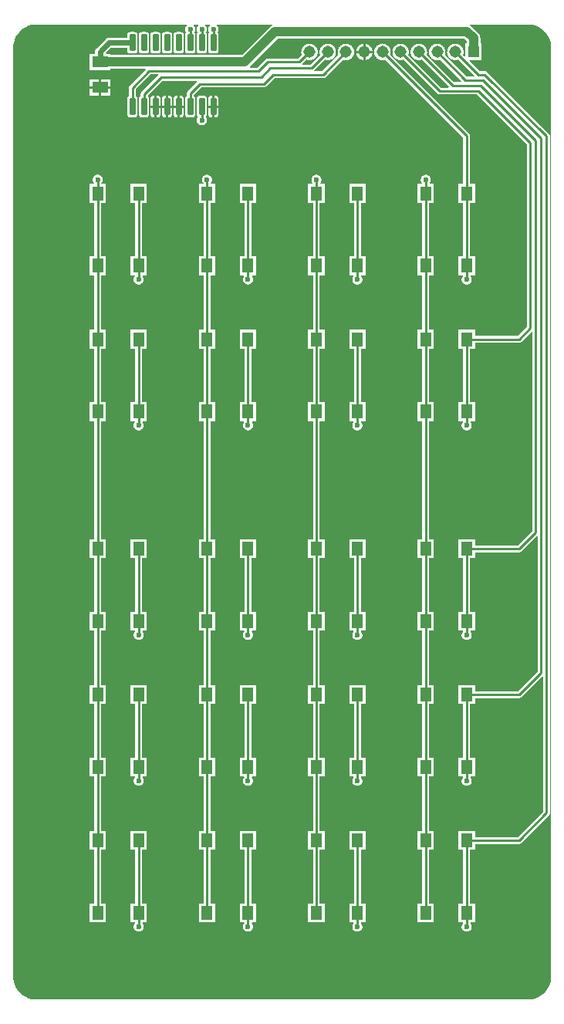
<source format=gbr>
%TF.GenerationSoftware,Altium Limited,Altium Designer,25.7.1 (20)*%
G04 Layer_Physical_Order=1*
G04 Layer_Color=10066410*
%FSLAX45Y45*%
%MOMM*%
%TF.SameCoordinates,F992C923-051B-4CFE-8532-EDB8D3AF3AE8*%
%TF.FilePolarity,Positive*%
%TF.FileFunction,Copper,L1,Top,Signal*%
%TF.Part,Single*%
G01*
G75*
%TA.AperFunction,SMDPad,CuDef*%
G04:AMPARAMS|DCode=10|XSize=1.85mm|YSize=0.6mm|CornerRadius=0.05mm|HoleSize=0mm|Usage=FLASHONLY|Rotation=90.000|XOffset=0mm|YOffset=0mm|HoleType=Round|Shape=RoundedRectangle|*
%AMROUNDEDRECTD10*
21,1,1.85000,0.50000,0,0,90.0*
21,1,1.75000,0.60000,0,0,90.0*
1,1,0.10000,0.25000,0.87500*
1,1,0.10000,0.25000,-0.87500*
1,1,0.10000,-0.25000,-0.87500*
1,1,0.10000,-0.25000,0.87500*
%
%ADD10ROUNDEDRECTD10*%
%ADD11R,1.30000X1.55000*%
%ADD12R,1.80000X1.30000*%
%TA.AperFunction,Conductor*%
%ADD13C,0.25000*%
%ADD14C,1.00000*%
%ADD15C,0.60000*%
%TA.AperFunction,ComponentPad*%
%ADD16R,1.30800X1.30800*%
%ADD17C,1.30800*%
%TA.AperFunction,ViaPad*%
%ADD18C,5.00000*%
%ADD19C,0.60000*%
G36*
X11947718Y20749022D02*
X11949518Y20746667D01*
X11951739Y20739021D01*
X11949425Y20736708D01*
X11945574Y20731879D01*
X11942287Y20726646D01*
X11939607Y20721082D01*
X11937566Y20715251D01*
X11936192Y20709229D01*
X11935500Y20703088D01*
Y20696912D01*
X11936192Y20690773D01*
X11937566Y20684750D01*
X11939607Y20678920D01*
X11942287Y20673354D01*
X11943723Y20671068D01*
X11947796Y20661880D01*
X11944221Y20658778D01*
X11941155Y20655188D01*
X11938687Y20651163D01*
X11936880Y20646799D01*
X11935778Y20642207D01*
X11935407Y20637500D01*
Y20462500D01*
X11935778Y20457793D01*
X11936880Y20453201D01*
X11938687Y20448837D01*
X11941155Y20444812D01*
X11944221Y20441222D01*
X11947812Y20438155D01*
X11951838Y20435687D01*
X11956201Y20433881D01*
X11960792Y20432777D01*
X11965500Y20432408D01*
X12015500D01*
X12020208Y20432777D01*
X12024799Y20433881D01*
X12029162Y20435687D01*
X12033188Y20438155D01*
X12036779Y20441222D01*
X12039845Y20444812D01*
X12042313Y20448837D01*
X12044120Y20453201D01*
X12045222Y20457793D01*
X12045593Y20462500D01*
Y20637500D01*
X12045222Y20642207D01*
X12044120Y20646799D01*
X12042313Y20651163D01*
X12039845Y20655188D01*
X12036779Y20658778D01*
X12033204Y20661880D01*
X12037277Y20671068D01*
X12038713Y20673354D01*
X12041393Y20678920D01*
X12043434Y20684750D01*
X12044808Y20690773D01*
X12045500Y20696912D01*
Y20703088D01*
X12044808Y20709229D01*
X12043434Y20715251D01*
X12041393Y20721082D01*
X12038713Y20726646D01*
X12035427Y20731879D01*
X12031575Y20736708D01*
X12029261Y20739021D01*
X12031482Y20746667D01*
X12033282Y20749022D01*
X12074719D01*
X12076519Y20746666D01*
X12078739Y20739021D01*
X12076425Y20736707D01*
X12072574Y20731879D01*
X12069287Y20726646D01*
X12066607Y20721082D01*
X12064566Y20715250D01*
X12063192Y20709229D01*
X12062500Y20703088D01*
Y20696912D01*
X12063192Y20690773D01*
X12064566Y20684750D01*
X12066607Y20678920D01*
X12069287Y20673354D01*
X12070723Y20671068D01*
X12074796Y20661880D01*
X12071221Y20658778D01*
X12068155Y20655188D01*
X12065687Y20651163D01*
X12063880Y20646799D01*
X12062778Y20642207D01*
X12062407Y20637500D01*
Y20462500D01*
X12062778Y20457793D01*
X12063880Y20453201D01*
X12065687Y20448837D01*
X12068155Y20444812D01*
X12071221Y20441222D01*
X12074812Y20438155D01*
X12078838Y20435687D01*
X12083201Y20433881D01*
X12087792Y20432777D01*
X12092500Y20432408D01*
X12142500D01*
X12147208Y20432777D01*
X12151799Y20433881D01*
X12156162Y20435687D01*
X12160188Y20438155D01*
X12163779Y20441222D01*
X12166845Y20444812D01*
X12169313Y20448837D01*
X12171120Y20453201D01*
X12172222Y20457793D01*
X12172593Y20462500D01*
Y20637500D01*
X12172222Y20642207D01*
X12171120Y20646799D01*
X12169313Y20651163D01*
X12166845Y20655188D01*
X12163779Y20658778D01*
X12160204Y20661880D01*
X12164277Y20671068D01*
X12165713Y20673354D01*
X12168393Y20678920D01*
X12170434Y20684750D01*
X12171808Y20690773D01*
X12172500Y20696912D01*
Y20703088D01*
X12171808Y20709229D01*
X12170434Y20715250D01*
X12168393Y20721082D01*
X12165713Y20726646D01*
X12162427Y20731879D01*
X12158575Y20736707D01*
X12156261Y20739021D01*
X12158481Y20746666D01*
X12160281Y20749022D01*
X12201719D01*
X12203519Y20746666D01*
X12205739Y20739021D01*
X12203425Y20736707D01*
X12199573Y20731879D01*
X12196287Y20726646D01*
X12193607Y20721082D01*
X12191566Y20715250D01*
X12190192Y20709229D01*
X12189500Y20703088D01*
Y20696912D01*
X12190192Y20690773D01*
X12191566Y20684750D01*
X12193607Y20678920D01*
X12196287Y20673354D01*
X12197723Y20671068D01*
X12201796Y20661880D01*
X12198221Y20658778D01*
X12195155Y20655188D01*
X12192687Y20651163D01*
X12190880Y20646799D01*
X12189778Y20642207D01*
X12189407Y20637500D01*
Y20462500D01*
X12189778Y20457793D01*
X12190880Y20453201D01*
X12192687Y20448837D01*
X12195155Y20444812D01*
X12198221Y20441222D01*
X12201812Y20438155D01*
X12205838Y20435687D01*
X12210201Y20433881D01*
X12214792Y20432777D01*
X12219500Y20432408D01*
X12269500D01*
X12274208Y20432777D01*
X12278799Y20433881D01*
X12283162Y20435687D01*
X12287188Y20438155D01*
X12290779Y20441222D01*
X12293845Y20444812D01*
X12296313Y20448837D01*
X12298120Y20453201D01*
X12299222Y20457793D01*
X12299593Y20462500D01*
Y20637500D01*
X12299222Y20642207D01*
X12298120Y20646799D01*
X12296313Y20651163D01*
X12293845Y20655188D01*
X12290779Y20658778D01*
X12287204Y20661880D01*
X12291277Y20671069D01*
X12292713Y20673354D01*
X12295393Y20678920D01*
X12297433Y20684750D01*
X12298808Y20690773D01*
X12299500Y20696912D01*
Y20703088D01*
X12298808Y20709229D01*
X12297433Y20715250D01*
X12295393Y20721082D01*
X12292713Y20726646D01*
X12289426Y20731879D01*
X12285575Y20736707D01*
X12283260Y20739021D01*
X12285481Y20746666D01*
X12287281Y20749022D01*
X12888544D01*
X12891264Y20739374D01*
X12884602Y20736224D01*
X12878282Y20732436D01*
X12872363Y20728046D01*
X12866904Y20723097D01*
X12866901Y20723094D01*
X12558896Y20415089D01*
X11115000D01*
Y20430000D01*
X11070969D01*
X11067143Y20439240D01*
X11122818Y20494914D01*
X11300407D01*
Y20462500D01*
X11300778Y20457793D01*
X11301880Y20453201D01*
X11303687Y20448837D01*
X11306155Y20444812D01*
X11309221Y20441222D01*
X11312812Y20438155D01*
X11316838Y20435687D01*
X11321201Y20433881D01*
X11325792Y20432777D01*
X11330500Y20432408D01*
X11380500D01*
X11385208Y20432777D01*
X11389799Y20433881D01*
X11394162Y20435687D01*
X11398188Y20438155D01*
X11401779Y20441222D01*
X11404845Y20444812D01*
X11407313Y20448837D01*
X11409120Y20453201D01*
X11410222Y20457793D01*
X11410593Y20462500D01*
Y20637500D01*
X11410222Y20642207D01*
X11409120Y20646799D01*
X11407313Y20651163D01*
X11404845Y20655188D01*
X11401779Y20658778D01*
X11398188Y20661845D01*
X11394162Y20664313D01*
X11389799Y20666119D01*
X11385208Y20667223D01*
X11380500Y20667593D01*
X11330500D01*
X11325792Y20667223D01*
X11321201Y20666119D01*
X11316838Y20664313D01*
X11312812Y20661845D01*
X11309221Y20658778D01*
X11306155Y20655188D01*
X11303687Y20651163D01*
X11301880Y20646799D01*
X11300778Y20642207D01*
X11300407Y20637500D01*
Y20605087D01*
X11100000D01*
X11093833Y20604739D01*
X11087743Y20603706D01*
X11081806Y20601996D01*
X11076099Y20599632D01*
X11070693Y20596643D01*
X11065655Y20593069D01*
X11061048Y20588953D01*
X10961048Y20488953D01*
X10956932Y20484346D01*
X10953357Y20479308D01*
X10950369Y20473901D01*
X10948005Y20468195D01*
X10946295Y20462257D01*
X10945260Y20456168D01*
X10944914Y20450000D01*
Y20430000D01*
X10885000D01*
Y20250000D01*
X11115000D01*
Y20264909D01*
X11498697D01*
X11502524Y20255672D01*
X11328927Y20082072D01*
X11325686Y20078377D01*
X11322954Y20074290D01*
X11320780Y20069881D01*
X11319200Y20065227D01*
X11318241Y20060405D01*
X11317920Y20055499D01*
Y19964761D01*
X11316838Y19964313D01*
X11312812Y19961845D01*
X11309221Y19958778D01*
X11306155Y19955188D01*
X11303687Y19951163D01*
X11301880Y19946799D01*
X11300778Y19942207D01*
X11300407Y19937500D01*
Y19762500D01*
X11300778Y19757793D01*
X11301880Y19753201D01*
X11303687Y19748837D01*
X11306155Y19744812D01*
X11309221Y19741222D01*
X11312812Y19738155D01*
X11316838Y19735687D01*
X11321201Y19733881D01*
X11325792Y19732777D01*
X11330500Y19732408D01*
X11380500D01*
X11385208Y19732777D01*
X11389799Y19733881D01*
X11394162Y19735687D01*
X11398188Y19738155D01*
X11401779Y19741222D01*
X11404845Y19744812D01*
X11407313Y19748837D01*
X11409120Y19753201D01*
X11410222Y19757793D01*
X11410593Y19762500D01*
Y19937500D01*
X11410222Y19942207D01*
X11409120Y19946799D01*
X11407313Y19951163D01*
X11404845Y19955188D01*
X11401779Y19958778D01*
X11398188Y19961845D01*
X11394162Y19964313D01*
X11393080Y19964761D01*
Y20039934D01*
X11555566Y20202420D01*
X11635131D01*
X11639273Y20192419D01*
X11455927Y20009073D01*
X11452686Y20005379D01*
X11449954Y20001289D01*
X11447780Y19996883D01*
X11446200Y19992226D01*
X11445241Y19987405D01*
X11444920Y19982500D01*
Y19964761D01*
X11443838Y19964313D01*
X11439812Y19961845D01*
X11436221Y19958778D01*
X11433155Y19955188D01*
X11430687Y19951163D01*
X11428880Y19946799D01*
X11427778Y19942207D01*
X11427407Y19937500D01*
Y19762500D01*
X11427778Y19757793D01*
X11428880Y19753201D01*
X11430687Y19748837D01*
X11433155Y19744812D01*
X11436221Y19741222D01*
X11439812Y19738155D01*
X11443838Y19735687D01*
X11448201Y19733881D01*
X11452792Y19732777D01*
X11457500Y19732408D01*
X11507500D01*
X11512208Y19732777D01*
X11516799Y19733881D01*
X11521162Y19735687D01*
X11525188Y19738155D01*
X11528779Y19741222D01*
X11531845Y19744812D01*
X11534313Y19748837D01*
X11536120Y19753201D01*
X11537222Y19757793D01*
X11537593Y19762500D01*
Y19937500D01*
X11537222Y19942207D01*
X11536120Y19946799D01*
X11534313Y19951163D01*
X11531845Y19955188D01*
X11528779Y19958778D01*
X11527316Y19960028D01*
X11525649Y19967822D01*
X11526041Y19972894D01*
X11685566Y20132419D01*
X12065131D01*
X12069273Y20122420D01*
X11963927Y20017073D01*
X11960686Y20013377D01*
X11957954Y20009290D01*
X11955780Y20004881D01*
X11954200Y20000226D01*
X11953241Y19995406D01*
X11952920Y19990500D01*
Y19964761D01*
X11951838Y19964313D01*
X11947812Y19961845D01*
X11944221Y19958778D01*
X11941155Y19955188D01*
X11938687Y19951163D01*
X11936880Y19946799D01*
X11935778Y19942207D01*
X11935407Y19937500D01*
Y19762500D01*
X11935778Y19757793D01*
X11936880Y19753201D01*
X11938687Y19748837D01*
X11941155Y19744812D01*
X11944221Y19741222D01*
X11947812Y19738155D01*
X11951838Y19735687D01*
X11956201Y19733881D01*
X11960792Y19732777D01*
X11965500Y19732408D01*
X12015500D01*
X12020208Y19732777D01*
X12024799Y19733881D01*
X12029162Y19735687D01*
X12033188Y19738155D01*
X12036779Y19741222D01*
X12039845Y19744812D01*
X12042313Y19748837D01*
X12044120Y19753201D01*
X12045222Y19757793D01*
X12045593Y19762500D01*
Y19937500D01*
X12045222Y19942207D01*
X12044120Y19946799D01*
X12042313Y19951163D01*
X12039845Y19955188D01*
X12036779Y19958778D01*
X12033188Y19961845D01*
X12029162Y19964313D01*
X12028080Y19964761D01*
Y19974934D01*
X12115566Y20062421D01*
X12800000D01*
X12804906Y20062741D01*
X12809726Y20063699D01*
X12814381Y20065280D01*
X12818790Y20067455D01*
X12822878Y20070184D01*
X12826573Y20073427D01*
X12915565Y20162421D01*
X13450000D01*
X13454906Y20162741D01*
X13459726Y20163699D01*
X13464381Y20165280D01*
X13468790Y20167455D01*
X13472878Y20170184D01*
X13476573Y20173427D01*
X13668434Y20365286D01*
X13672791Y20363702D01*
X13680415Y20361659D01*
X13688190Y20360287D01*
X13696054Y20359599D01*
X13703947D01*
X13711810Y20360287D01*
X13719585Y20361659D01*
X13727209Y20363702D01*
X13734628Y20366402D01*
X13741782Y20369737D01*
X13748619Y20373685D01*
X13755086Y20378212D01*
X13761131Y20383286D01*
X13766714Y20388869D01*
X13771788Y20394914D01*
X13776315Y20401382D01*
X13780263Y20408218D01*
X13783598Y20415372D01*
X13786299Y20422791D01*
X13788342Y20430415D01*
X13789713Y20438190D01*
X13790401Y20446053D01*
Y20453947D01*
X13789713Y20461810D01*
X13788342Y20469585D01*
X13786299Y20477209D01*
X13783598Y20484627D01*
X13780263Y20491782D01*
X13776315Y20498618D01*
X13771788Y20505084D01*
X13766714Y20511131D01*
X13761131Y20516713D01*
X13755086Y20521786D01*
X13748619Y20526315D01*
X13741782Y20530263D01*
X13734628Y20533598D01*
X13727209Y20536298D01*
X13719585Y20538341D01*
X13711810Y20539713D01*
X13703947Y20540401D01*
X13696054D01*
X13688190Y20539713D01*
X13680415Y20538341D01*
X13672791Y20536298D01*
X13665373Y20533598D01*
X13658218Y20530263D01*
X13651382Y20526315D01*
X13644916Y20521786D01*
X13638869Y20516713D01*
X13633287Y20511131D01*
X13628214Y20505084D01*
X13623685Y20498618D01*
X13619739Y20491782D01*
X13616402Y20484627D01*
X13613702Y20477209D01*
X13611659Y20469585D01*
X13610289Y20461810D01*
X13609601Y20453947D01*
Y20446053D01*
X13610289Y20438190D01*
X13611659Y20430415D01*
X13613702Y20422791D01*
X13615288Y20418434D01*
X13434435Y20237579D01*
X13354869D01*
X13350726Y20247580D01*
X13468434Y20365286D01*
X13472791Y20363702D01*
X13480415Y20361659D01*
X13488190Y20360287D01*
X13496054Y20359599D01*
X13503947D01*
X13511810Y20360287D01*
X13519585Y20361659D01*
X13527209Y20363702D01*
X13534628Y20366402D01*
X13541782Y20369737D01*
X13548619Y20373685D01*
X13555086Y20378212D01*
X13561131Y20383286D01*
X13566714Y20388869D01*
X13571788Y20394914D01*
X13576315Y20401382D01*
X13580263Y20408218D01*
X13583598Y20415372D01*
X13586298Y20422791D01*
X13588342Y20430415D01*
X13589713Y20438190D01*
X13590401Y20446053D01*
Y20453947D01*
X13589713Y20461810D01*
X13588342Y20469585D01*
X13586298Y20477209D01*
X13583598Y20484627D01*
X13580263Y20491782D01*
X13576315Y20498618D01*
X13571788Y20505084D01*
X13566714Y20511131D01*
X13561131Y20516713D01*
X13555086Y20521786D01*
X13548619Y20526315D01*
X13541782Y20530263D01*
X13534628Y20533598D01*
X13527209Y20536298D01*
X13519585Y20538341D01*
X13511810Y20539713D01*
X13503947Y20540401D01*
X13496054D01*
X13488190Y20539713D01*
X13480415Y20538341D01*
X13472791Y20536298D01*
X13465373Y20533598D01*
X13458218Y20530263D01*
X13451382Y20526315D01*
X13444916Y20521786D01*
X13438869Y20516713D01*
X13433287Y20511131D01*
X13428214Y20505084D01*
X13423685Y20498618D01*
X13419737Y20491782D01*
X13416402Y20484627D01*
X13413702Y20477209D01*
X13411659Y20469585D01*
X13410289Y20461810D01*
X13409601Y20453947D01*
Y20446053D01*
X13410289Y20438190D01*
X13411659Y20430415D01*
X13413702Y20422791D01*
X13415288Y20418436D01*
X13304434Y20307581D01*
X13224869D01*
X13220726Y20317580D01*
X13268433Y20365286D01*
X13272791Y20363702D01*
X13280415Y20361659D01*
X13288190Y20360287D01*
X13296053Y20359599D01*
X13303947D01*
X13311810Y20360287D01*
X13319585Y20361659D01*
X13327209Y20363702D01*
X13334628Y20366402D01*
X13341782Y20369737D01*
X13348618Y20373685D01*
X13355086Y20378212D01*
X13361131Y20383286D01*
X13366714Y20388869D01*
X13371788Y20394914D01*
X13376315Y20401382D01*
X13380263Y20408218D01*
X13383598Y20415372D01*
X13386298Y20422791D01*
X13388342Y20430415D01*
X13389713Y20438190D01*
X13390401Y20446053D01*
Y20453947D01*
X13389713Y20461810D01*
X13388342Y20469585D01*
X13386298Y20477209D01*
X13383598Y20484627D01*
X13380263Y20491782D01*
X13376315Y20498618D01*
X13371788Y20505084D01*
X13366714Y20511131D01*
X13361131Y20516713D01*
X13355086Y20521786D01*
X13348618Y20526315D01*
X13341782Y20530263D01*
X13334628Y20533598D01*
X13327209Y20536298D01*
X13319585Y20538341D01*
X13311810Y20539713D01*
X13303947Y20540401D01*
X13296053D01*
X13288190Y20539713D01*
X13280415Y20538341D01*
X13272791Y20536298D01*
X13265373Y20533598D01*
X13258218Y20530263D01*
X13251382Y20526315D01*
X13244916Y20521786D01*
X13238869Y20516713D01*
X13233287Y20511131D01*
X13228214Y20505084D01*
X13223685Y20498618D01*
X13219737Y20491782D01*
X13216402Y20484627D01*
X13213702Y20477209D01*
X13211659Y20469585D01*
X13210289Y20461810D01*
X13209599Y20453947D01*
Y20446053D01*
X13210289Y20438190D01*
X13211659Y20430415D01*
X13213702Y20422791D01*
X13215288Y20418434D01*
X13174432Y20377580D01*
X12839999D01*
X12835095Y20377258D01*
X12830273Y20376300D01*
X12825618Y20374719D01*
X12821210Y20372545D01*
X12817122Y20369814D01*
X12813428Y20366573D01*
X12724434Y20277580D01*
X12647701D01*
X12644017Y20285039D01*
X12643774Y20287579D01*
X12951103Y20594910D01*
X14998897D01*
X15024910Y20568896D01*
Y20540401D01*
X15009601D01*
Y20406612D01*
X15000362Y20402785D01*
X14984714Y20418434D01*
X14986299Y20422791D01*
X14988342Y20430415D01*
X14989713Y20438190D01*
X14990401Y20446053D01*
Y20453947D01*
X14989713Y20461810D01*
X14988342Y20469585D01*
X14986299Y20477209D01*
X14983598Y20484627D01*
X14980263Y20491782D01*
X14976315Y20498618D01*
X14971788Y20505084D01*
X14966714Y20511131D01*
X14961131Y20516713D01*
X14955086Y20521786D01*
X14948619Y20526315D01*
X14941782Y20530263D01*
X14934628Y20533598D01*
X14927209Y20536298D01*
X14919585Y20538341D01*
X14911810Y20539713D01*
X14903947Y20540401D01*
X14896054D01*
X14888190Y20539713D01*
X14880415Y20538341D01*
X14872791Y20536298D01*
X14865373Y20533598D01*
X14858218Y20530263D01*
X14851382Y20526315D01*
X14844916Y20521786D01*
X14838869Y20516713D01*
X14833287Y20511131D01*
X14828214Y20505084D01*
X14823686Y20498618D01*
X14819739Y20491782D01*
X14816402Y20484627D01*
X14813702Y20477209D01*
X14811659Y20469585D01*
X14810289Y20461810D01*
X14809601Y20453947D01*
Y20446053D01*
X14810289Y20438190D01*
X14811659Y20430415D01*
X14813702Y20422791D01*
X14816402Y20415372D01*
X14819739Y20408218D01*
X14823686Y20401382D01*
X14828214Y20394914D01*
X14833287Y20388869D01*
X14838869Y20383286D01*
X14844916Y20378212D01*
X14851382Y20373685D01*
X14858218Y20369737D01*
X14865373Y20366402D01*
X14872791Y20363702D01*
X14880415Y20361659D01*
X14888190Y20360287D01*
X14896054Y20359599D01*
X14903947D01*
X14911810Y20360287D01*
X14919585Y20361659D01*
X14927209Y20363702D01*
X14931567Y20365286D01*
X15110036Y20186819D01*
X15106207Y20177580D01*
X15025568D01*
X14784714Y20418434D01*
X14786299Y20422791D01*
X14788342Y20430415D01*
X14789713Y20438190D01*
X14790401Y20446053D01*
Y20453947D01*
X14789713Y20461810D01*
X14788342Y20469585D01*
X14786299Y20477209D01*
X14783598Y20484627D01*
X14780263Y20491782D01*
X14776315Y20498618D01*
X14771788Y20505084D01*
X14766714Y20511131D01*
X14761131Y20516713D01*
X14755086Y20521786D01*
X14748619Y20526315D01*
X14741782Y20530263D01*
X14734628Y20533598D01*
X14727209Y20536298D01*
X14719585Y20538341D01*
X14711810Y20539713D01*
X14703947Y20540401D01*
X14696054D01*
X14688190Y20539713D01*
X14680415Y20538341D01*
X14672791Y20536298D01*
X14665373Y20533598D01*
X14658218Y20530263D01*
X14651382Y20526315D01*
X14644916Y20521786D01*
X14638869Y20516713D01*
X14633287Y20511131D01*
X14628214Y20505084D01*
X14623686Y20498618D01*
X14619739Y20491782D01*
X14616402Y20484627D01*
X14613702Y20477209D01*
X14611659Y20469585D01*
X14610289Y20461810D01*
X14609601Y20453947D01*
Y20446053D01*
X14610289Y20438190D01*
X14611659Y20430415D01*
X14613702Y20422791D01*
X14616402Y20415372D01*
X14619739Y20408218D01*
X14623686Y20401382D01*
X14628214Y20394914D01*
X14633287Y20388869D01*
X14638869Y20383286D01*
X14644916Y20378212D01*
X14651382Y20373685D01*
X14658218Y20369737D01*
X14665373Y20366402D01*
X14672791Y20363702D01*
X14680415Y20361659D01*
X14688190Y20360287D01*
X14696054Y20359599D01*
X14703947D01*
X14711810Y20360287D01*
X14719585Y20361659D01*
X14727209Y20363702D01*
X14731567Y20365286D01*
X14970033Y20126820D01*
X14966206Y20117581D01*
X14885567D01*
X14584714Y20418434D01*
X14586299Y20422791D01*
X14588342Y20430415D01*
X14589713Y20438190D01*
X14590401Y20446053D01*
Y20453947D01*
X14589713Y20461810D01*
X14588342Y20469585D01*
X14586299Y20477209D01*
X14583598Y20484627D01*
X14580263Y20491782D01*
X14576315Y20498618D01*
X14571788Y20505084D01*
X14566714Y20511131D01*
X14561131Y20516713D01*
X14555086Y20521786D01*
X14548619Y20526315D01*
X14541782Y20530263D01*
X14534628Y20533598D01*
X14527209Y20536298D01*
X14519585Y20538341D01*
X14511810Y20539713D01*
X14503947Y20540401D01*
X14496054D01*
X14488190Y20539713D01*
X14480415Y20538341D01*
X14472791Y20536298D01*
X14465373Y20533598D01*
X14458218Y20530263D01*
X14451382Y20526315D01*
X14444916Y20521786D01*
X14438869Y20516713D01*
X14433287Y20511131D01*
X14428214Y20505084D01*
X14423686Y20498618D01*
X14419739Y20491782D01*
X14416402Y20484627D01*
X14413702Y20477209D01*
X14411659Y20469585D01*
X14410289Y20461810D01*
X14409601Y20453947D01*
Y20446053D01*
X14410289Y20438190D01*
X14411659Y20430415D01*
X14413702Y20422791D01*
X14416402Y20415372D01*
X14419739Y20408218D01*
X14423686Y20401382D01*
X14428214Y20394914D01*
X14433287Y20388869D01*
X14438869Y20383286D01*
X14444916Y20378212D01*
X14451382Y20373685D01*
X14458218Y20369737D01*
X14465373Y20366402D01*
X14472791Y20363702D01*
X14480415Y20361659D01*
X14488190Y20360287D01*
X14496054Y20359599D01*
X14503947D01*
X14511810Y20360287D01*
X14519585Y20361659D01*
X14527209Y20363702D01*
X14531567Y20365286D01*
X14830035Y20066818D01*
X14826208Y20057581D01*
X14745566D01*
X14384714Y20418434D01*
X14386299Y20422791D01*
X14388342Y20430415D01*
X14389713Y20438190D01*
X14390401Y20446053D01*
Y20453947D01*
X14389713Y20461810D01*
X14388342Y20469585D01*
X14386299Y20477209D01*
X14383598Y20484627D01*
X14380263Y20491782D01*
X14376315Y20498618D01*
X14371788Y20505084D01*
X14366714Y20511131D01*
X14361131Y20516713D01*
X14355086Y20521786D01*
X14348619Y20526315D01*
X14341782Y20530263D01*
X14334628Y20533598D01*
X14327209Y20536298D01*
X14319585Y20538341D01*
X14311810Y20539713D01*
X14303947Y20540401D01*
X14296054D01*
X14288190Y20539713D01*
X14280415Y20538341D01*
X14272791Y20536298D01*
X14265373Y20533598D01*
X14258218Y20530263D01*
X14251382Y20526315D01*
X14244916Y20521786D01*
X14238869Y20516713D01*
X14233287Y20511131D01*
X14228214Y20505084D01*
X14223686Y20498618D01*
X14219739Y20491782D01*
X14216402Y20484627D01*
X14213702Y20477209D01*
X14211659Y20469585D01*
X14210289Y20461810D01*
X14209601Y20453947D01*
Y20446053D01*
X14210289Y20438190D01*
X14211659Y20430415D01*
X14213702Y20422791D01*
X14216402Y20415372D01*
X14219739Y20408218D01*
X14223686Y20401382D01*
X14228214Y20394914D01*
X14233287Y20388869D01*
X14238869Y20383286D01*
X14244916Y20378212D01*
X14251382Y20373685D01*
X14258218Y20369737D01*
X14265373Y20366402D01*
X14272791Y20363702D01*
X14280415Y20361659D01*
X14288190Y20360287D01*
X14296054Y20359599D01*
X14303947D01*
X14311810Y20360287D01*
X14319585Y20361659D01*
X14327209Y20363702D01*
X14331567Y20365286D01*
X14703427Y19993427D01*
X14707123Y19990186D01*
X14711211Y19987456D01*
X14715619Y19985280D01*
X14720274Y19983701D01*
X14725095Y19982741D01*
X14730000Y19982420D01*
X15134435D01*
X15682420Y19434435D01*
Y17435567D01*
X15581934Y17335081D01*
X15114999D01*
Y17400000D01*
X14935001D01*
Y17195000D01*
X14987421D01*
Y16605000D01*
X14935001D01*
Y16400000D01*
X14980899D01*
X14984718Y16389999D01*
X14983925Y16389207D01*
X14980074Y16384377D01*
X14976787Y16379146D01*
X14974107Y16373581D01*
X14972066Y16367751D01*
X14970692Y16361726D01*
X14970000Y16355589D01*
Y16349411D01*
X14970692Y16343272D01*
X14972066Y16337250D01*
X14974107Y16331419D01*
X14976787Y16325854D01*
X14980074Y16320622D01*
X14983925Y16315793D01*
X14988293Y16311424D01*
X14993123Y16307573D01*
X14998354Y16304288D01*
X15003918Y16301607D01*
X15009750Y16299567D01*
X15015773Y16298192D01*
X15021912Y16297501D01*
X15028088D01*
X15034227Y16298192D01*
X15040250Y16299567D01*
X15046082Y16301607D01*
X15051646Y16304288D01*
X15056877Y16307573D01*
X15061707Y16311424D01*
X15066075Y16315793D01*
X15069926Y16320622D01*
X15073213Y16325854D01*
X15075893Y16331419D01*
X15077934Y16337250D01*
X15079308Y16343272D01*
X15080000Y16349411D01*
Y16355589D01*
X15079308Y16361726D01*
X15077934Y16367751D01*
X15075893Y16373581D01*
X15073213Y16379146D01*
X15069926Y16384377D01*
X15066075Y16389207D01*
X15065282Y16389999D01*
X15069101Y16400000D01*
X15114999D01*
Y16605000D01*
X15062579D01*
Y17195000D01*
X15114999D01*
Y17259920D01*
X15597501D01*
X15602406Y17260242D01*
X15607227Y17261200D01*
X15611882Y17262781D01*
X15616290Y17264955D01*
X15620378Y17267686D01*
X15624074Y17270927D01*
X15733182Y17380034D01*
X15742419Y17376207D01*
X15742419Y15195564D01*
X15581934Y15035080D01*
X15114999D01*
Y15100000D01*
X14935001D01*
Y14895000D01*
X14987421D01*
Y14305000D01*
X14935001D01*
Y14100000D01*
X14980899D01*
X14984718Y14089999D01*
X14983925Y14089206D01*
X14980074Y14084377D01*
X14976787Y14079146D01*
X14974107Y14073579D01*
X14972066Y14067749D01*
X14970692Y14061726D01*
X14970000Y14055588D01*
Y14049411D01*
X14970692Y14043272D01*
X14972066Y14037250D01*
X14974107Y14031419D01*
X14976787Y14025853D01*
X14980074Y14020622D01*
X14983925Y14015793D01*
X14988293Y14011424D01*
X14993123Y14007573D01*
X14998354Y14004286D01*
X15003918Y14001607D01*
X15009750Y13999567D01*
X15015773Y13998190D01*
X15021912Y13997501D01*
X15028088D01*
X15034227Y13998190D01*
X15040250Y13999567D01*
X15046082Y14001607D01*
X15051646Y14004286D01*
X15056877Y14007573D01*
X15061707Y14011424D01*
X15066075Y14015793D01*
X15069926Y14020622D01*
X15073213Y14025853D01*
X15075893Y14031419D01*
X15077934Y14037250D01*
X15079308Y14043272D01*
X15080000Y14049411D01*
Y14055588D01*
X15079308Y14061726D01*
X15077934Y14067749D01*
X15075893Y14073579D01*
X15073213Y14079146D01*
X15069926Y14084377D01*
X15066075Y14089206D01*
X15065282Y14089999D01*
X15069101Y14100000D01*
X15114999D01*
Y14305000D01*
X15062579D01*
Y14895000D01*
X15114999D01*
Y14959920D01*
X15597501D01*
X15602406Y14960242D01*
X15607227Y14961200D01*
X15611882Y14962781D01*
X15616290Y14964954D01*
X15620378Y14967685D01*
X15624074Y14970927D01*
X15793181Y15140034D01*
X15802419Y15136208D01*
Y13655566D01*
X15581934Y13435080D01*
X15114999D01*
Y13500000D01*
X14935001D01*
Y13295000D01*
X14987421D01*
Y12705000D01*
X14935001D01*
Y12500000D01*
X14980899D01*
X14984718Y12490000D01*
X14983925Y12489206D01*
X14980074Y12484377D01*
X14976787Y12479146D01*
X14974107Y12473580D01*
X14972066Y12467750D01*
X14970692Y12461727D01*
X14970000Y12455588D01*
Y12449411D01*
X14970692Y12443272D01*
X14972066Y12437250D01*
X14974107Y12431419D01*
X14976787Y12425853D01*
X14980074Y12420623D01*
X14983925Y12415793D01*
X14988293Y12411425D01*
X14993123Y12407573D01*
X14998354Y12404287D01*
X15003918Y12401606D01*
X15009750Y12399566D01*
X15015773Y12398191D01*
X15021912Y12397500D01*
X15028088D01*
X15034227Y12398191D01*
X15040250Y12399566D01*
X15046082Y12401606D01*
X15051646Y12404287D01*
X15056877Y12407573D01*
X15061707Y12411425D01*
X15066075Y12415793D01*
X15069926Y12420623D01*
X15073213Y12425853D01*
X15075893Y12431419D01*
X15077934Y12437250D01*
X15079308Y12443272D01*
X15080000Y12449411D01*
Y12455588D01*
X15079308Y12461727D01*
X15077934Y12467750D01*
X15075893Y12473580D01*
X15073213Y12479146D01*
X15069926Y12484377D01*
X15066075Y12489206D01*
X15065282Y12490000D01*
X15069101Y12500000D01*
X15114999D01*
Y12705000D01*
X15062579D01*
Y13295000D01*
X15114999D01*
Y13359920D01*
X15597501D01*
X15602406Y13360242D01*
X15607227Y13361200D01*
X15611882Y13362781D01*
X15616290Y13364954D01*
X15620378Y13367685D01*
X15624074Y13370927D01*
X15853181Y13600034D01*
X15862419Y13596207D01*
Y12115566D01*
X15581934Y11835080D01*
X15114999D01*
Y11900000D01*
X14935001D01*
Y11695000D01*
X14987421D01*
Y11105000D01*
X14935001D01*
Y10900000D01*
X14980899D01*
X14984718Y10890000D01*
X14983925Y10889207D01*
X14980074Y10884377D01*
X14976787Y10879146D01*
X14974107Y10873580D01*
X14972066Y10867750D01*
X14970692Y10861727D01*
X14970000Y10855588D01*
Y10849411D01*
X14970692Y10843272D01*
X14972066Y10837250D01*
X14974107Y10831419D01*
X14976787Y10825853D01*
X14980074Y10820623D01*
X14983925Y10815793D01*
X14988293Y10811425D01*
X14993123Y10807573D01*
X14998354Y10804287D01*
X15003918Y10801607D01*
X15009750Y10799566D01*
X15015773Y10798192D01*
X15021912Y10797500D01*
X15028088D01*
X15034227Y10798192D01*
X15040250Y10799566D01*
X15046082Y10801607D01*
X15051646Y10804287D01*
X15056877Y10807573D01*
X15061707Y10811425D01*
X15066075Y10815793D01*
X15069926Y10820623D01*
X15073213Y10825853D01*
X15075893Y10831419D01*
X15077934Y10837250D01*
X15079308Y10843272D01*
X15080000Y10849411D01*
Y10855588D01*
X15079308Y10861727D01*
X15077934Y10867750D01*
X15075893Y10873580D01*
X15073213Y10879146D01*
X15069926Y10884377D01*
X15066075Y10889207D01*
X15065282Y10890000D01*
X15069101Y10900000D01*
X15114999D01*
Y11105000D01*
X15062579D01*
Y11695000D01*
X15114999D01*
Y11759920D01*
X15597501D01*
X15602406Y11760241D01*
X15607227Y11761200D01*
X15611882Y11762780D01*
X15616290Y11764955D01*
X15620378Y11767686D01*
X15624074Y11770927D01*
X15926573Y12073426D01*
X15929814Y12077122D01*
X15932545Y12081209D01*
X15934718Y12085618D01*
X15936301Y12090273D01*
X15937257Y12095094D01*
X15937579Y12099999D01*
X15937579Y19524600D01*
X15937259Y19529504D01*
X15936301Y19534326D01*
X15934720Y19538982D01*
X15932545Y19543390D01*
X15929814Y19547478D01*
X15926573Y19551173D01*
X15926236Y19551469D01*
X15251132Y20226573D01*
X15247437Y20229816D01*
X15243349Y20232545D01*
X15238940Y20234720D01*
X15234285Y20236301D01*
X15229465Y20237259D01*
X15224559Y20237579D01*
X15165567D01*
X15052786Y20350362D01*
X15056613Y20359599D01*
X15190401D01*
Y20540401D01*
X15175092D01*
Y20599995D01*
X15175092Y20600000D01*
X15174728Y20607359D01*
X15173648Y20614648D01*
X15171857Y20621797D01*
X15169376Y20628735D01*
X15166225Y20635397D01*
X15162436Y20641718D01*
X15158046Y20647636D01*
X15153098Y20653098D01*
X15153094Y20653099D01*
X15083096Y20723097D01*
X15077637Y20728046D01*
X15071718Y20732436D01*
X15065398Y20736224D01*
X15058736Y20739374D01*
X15061456Y20749020D01*
X15700000D01*
X15716322D01*
X15748686Y20744762D01*
X15780217Y20736311D01*
X15810378Y20723819D01*
X15838646Y20707498D01*
X15864545Y20687625D01*
X15887627Y20664543D01*
X15907500Y20638644D01*
X15923819Y20610378D01*
X15936311Y20580217D01*
X15944762Y20548685D01*
X15949022Y20516321D01*
X15949022Y20499998D01*
X15949020Y10300000D01*
Y10283678D01*
X15944762Y10251313D01*
X15936311Y10219783D01*
X15923820Y10189624D01*
X15907498Y10161354D01*
X15887627Y10135457D01*
X15864545Y10112374D01*
X15838644Y10092501D01*
X15810376Y10076180D01*
X15780217Y10063688D01*
X15748685Y10055239D01*
X15716322Y10050978D01*
X15700002Y10050978D01*
X10300000Y10050979D01*
X10283678D01*
X10251314Y10055239D01*
X10219783Y10063688D01*
X10189624Y10076181D01*
X10161354Y10092502D01*
X10135455Y10112375D01*
X10112374Y10135457D01*
X10092502Y10161355D01*
X10076181Y10189623D01*
X10063688Y10219783D01*
X10055239Y10251315D01*
X10050979Y10283678D01*
X10050979Y10300001D01*
Y20500000D01*
Y20516322D01*
X10055239Y20548686D01*
X10063688Y20580217D01*
X10076181Y20610376D01*
X10092502Y20638646D01*
X10112375Y20664545D01*
X10135457Y20687627D01*
X10161355Y20707498D01*
X10189623Y20723819D01*
X10219783Y20736311D01*
X10251315Y20744762D01*
X10283679Y20749020D01*
X10300001Y20749022D01*
X11947718D01*
D02*
G37*
%LPC*%
G36*
X13912701Y20539961D02*
Y20462700D01*
X13989961D01*
X13988733Y20469672D01*
X13986681Y20477330D01*
X13983969Y20484779D01*
X13980618Y20491966D01*
X13976654Y20498833D01*
X13972105Y20505328D01*
X13967009Y20511401D01*
X13961403Y20517007D01*
X13955328Y20522105D01*
X13948834Y20526653D01*
X13941966Y20530617D01*
X13934781Y20533968D01*
X13927332Y20536681D01*
X13919672Y20538731D01*
X13912701Y20539961D01*
D02*
G37*
G36*
X13887302D02*
X13880328Y20538731D01*
X13872672Y20536681D01*
X13865221Y20533968D01*
X13858034Y20530617D01*
X13851167Y20526653D01*
X13844672Y20522105D01*
X13838599Y20517007D01*
X13832993Y20511401D01*
X13827896Y20505328D01*
X13823347Y20498833D01*
X13819383Y20491966D01*
X13816032Y20484779D01*
X13813321Y20477330D01*
X13811269Y20469672D01*
X13810039Y20462700D01*
X13887302D01*
Y20539961D01*
D02*
G37*
G36*
X11888500Y20667593D02*
X11838500D01*
X11833792Y20667223D01*
X11829201Y20666119D01*
X11824838Y20664313D01*
X11820812Y20661845D01*
X11817221Y20658778D01*
X11814155Y20655188D01*
X11811687Y20651163D01*
X11809880Y20646799D01*
X11808778Y20642207D01*
X11808407Y20637500D01*
Y20462500D01*
X11808778Y20457793D01*
X11809880Y20453201D01*
X11811687Y20448837D01*
X11814155Y20444812D01*
X11817221Y20441222D01*
X11820812Y20438155D01*
X11824838Y20435687D01*
X11829201Y20433881D01*
X11833792Y20432777D01*
X11838500Y20432408D01*
X11888500D01*
X11893208Y20432777D01*
X11897799Y20433881D01*
X11902162Y20435687D01*
X11906188Y20438155D01*
X11909779Y20441222D01*
X11912845Y20444812D01*
X11915313Y20448837D01*
X11917120Y20453201D01*
X11918222Y20457793D01*
X11918593Y20462500D01*
Y20637500D01*
X11918222Y20642207D01*
X11917120Y20646799D01*
X11915313Y20651163D01*
X11912845Y20655188D01*
X11909779Y20658778D01*
X11906188Y20661845D01*
X11902162Y20664313D01*
X11897799Y20666119D01*
X11893208Y20667223D01*
X11888500Y20667593D01*
D02*
G37*
G36*
X11761500D02*
X11711500D01*
X11706792Y20667223D01*
X11702201Y20666119D01*
X11697838Y20664313D01*
X11693812Y20661845D01*
X11690221Y20658778D01*
X11687155Y20655188D01*
X11684687Y20651163D01*
X11682880Y20646799D01*
X11681778Y20642207D01*
X11681407Y20637500D01*
Y20462500D01*
X11681778Y20457793D01*
X11682880Y20453201D01*
X11684687Y20448837D01*
X11687155Y20444812D01*
X11690221Y20441222D01*
X11693812Y20438155D01*
X11697838Y20435687D01*
X11702201Y20433881D01*
X11706792Y20432777D01*
X11711500Y20432408D01*
X11761500D01*
X11766208Y20432777D01*
X11770799Y20433881D01*
X11775162Y20435687D01*
X11779188Y20438155D01*
X11782779Y20441222D01*
X11785845Y20444812D01*
X11788313Y20448837D01*
X11790120Y20453201D01*
X11791222Y20457793D01*
X11791593Y20462500D01*
Y20637500D01*
X11791222Y20642207D01*
X11790120Y20646799D01*
X11788313Y20651163D01*
X11785845Y20655188D01*
X11782779Y20658778D01*
X11779188Y20661845D01*
X11775162Y20664313D01*
X11770799Y20666119D01*
X11766208Y20667223D01*
X11761500Y20667593D01*
D02*
G37*
G36*
X11634500D02*
X11584500D01*
X11579792Y20667223D01*
X11575201Y20666119D01*
X11570838Y20664313D01*
X11566812Y20661845D01*
X11563221Y20658778D01*
X11560155Y20655188D01*
X11557687Y20651163D01*
X11555880Y20646799D01*
X11554778Y20642207D01*
X11554407Y20637500D01*
Y20462500D01*
X11554778Y20457793D01*
X11555880Y20453201D01*
X11557687Y20448837D01*
X11560155Y20444812D01*
X11563221Y20441222D01*
X11566812Y20438155D01*
X11570838Y20435687D01*
X11575201Y20433881D01*
X11579792Y20432777D01*
X11584500Y20432408D01*
X11634500D01*
X11639208Y20432777D01*
X11643799Y20433881D01*
X11648162Y20435687D01*
X11652188Y20438155D01*
X11655779Y20441222D01*
X11658845Y20444812D01*
X11661313Y20448837D01*
X11663120Y20453201D01*
X11664222Y20457793D01*
X11664593Y20462500D01*
Y20637500D01*
X11664222Y20642207D01*
X11663120Y20646799D01*
X11661313Y20651163D01*
X11658845Y20655188D01*
X11655779Y20658778D01*
X11652188Y20661845D01*
X11648162Y20664313D01*
X11643799Y20666119D01*
X11639208Y20667223D01*
X11634500Y20667593D01*
D02*
G37*
G36*
X11507500D02*
X11457500D01*
X11452792Y20667223D01*
X11448201Y20666119D01*
X11443838Y20664313D01*
X11439812Y20661845D01*
X11436221Y20658778D01*
X11433155Y20655188D01*
X11430687Y20651163D01*
X11428880Y20646799D01*
X11427778Y20642207D01*
X11427407Y20637500D01*
Y20462500D01*
X11427778Y20457793D01*
X11428880Y20453201D01*
X11430687Y20448837D01*
X11433155Y20444812D01*
X11436221Y20441222D01*
X11439812Y20438155D01*
X11443838Y20435687D01*
X11448201Y20433881D01*
X11452792Y20432777D01*
X11457500Y20432408D01*
X11507500D01*
X11512208Y20432777D01*
X11516799Y20433881D01*
X11521162Y20435687D01*
X11525188Y20438155D01*
X11528779Y20441222D01*
X11531845Y20444812D01*
X11534313Y20448837D01*
X11536120Y20453201D01*
X11537222Y20457793D01*
X11537593Y20462500D01*
Y20637500D01*
X11537222Y20642207D01*
X11536120Y20646799D01*
X11534313Y20651163D01*
X11531845Y20655188D01*
X11528779Y20658778D01*
X11525188Y20661845D01*
X11521162Y20664313D01*
X11516799Y20666119D01*
X11512208Y20667223D01*
X11507500Y20667593D01*
D02*
G37*
G36*
X13989961Y20437300D02*
X13912701D01*
Y20360039D01*
X13919672Y20361269D01*
X13927332Y20363319D01*
X13934781Y20366032D01*
X13941966Y20369382D01*
X13948834Y20373347D01*
X13955328Y20377895D01*
X13961403Y20382991D01*
X13967009Y20388599D01*
X13972105Y20394672D01*
X13976654Y20401166D01*
X13980618Y20408034D01*
X13983969Y20415219D01*
X13986681Y20422670D01*
X13988733Y20430328D01*
X13989961Y20437300D01*
D02*
G37*
G36*
X13887302D02*
X13810039D01*
X13811269Y20430328D01*
X13813321Y20422670D01*
X13816032Y20415219D01*
X13819383Y20408034D01*
X13823347Y20401166D01*
X13827896Y20394672D01*
X13832993Y20388599D01*
X13838599Y20382991D01*
X13844672Y20377895D01*
X13851167Y20373347D01*
X13858034Y20369382D01*
X13865221Y20366032D01*
X13872672Y20363319D01*
X13880328Y20361269D01*
X13887302Y20360039D01*
Y20437300D01*
D02*
G37*
G36*
X11115400Y20150400D02*
X11012701D01*
Y20072699D01*
X11115400D01*
Y20150400D01*
D02*
G37*
G36*
X10987301D02*
X10884600D01*
Y20072699D01*
X10987301D01*
Y20150400D01*
D02*
G37*
G36*
X11115400Y20047299D02*
X11012701D01*
Y19969600D01*
X11115400D01*
Y20047299D01*
D02*
G37*
G36*
X10987301D02*
X10884600D01*
Y19969600D01*
X10987301D01*
Y20047299D01*
D02*
G37*
G36*
X12269500Y19967995D02*
X12257200D01*
Y19862701D01*
X12299994D01*
Y19937500D01*
X12299619Y19942271D01*
X12298501Y19946922D01*
X12296670Y19951344D01*
X12294170Y19955424D01*
X12291063Y19959064D01*
X12287424Y19962170D01*
X12283344Y19964671D01*
X12278923Y19966502D01*
X12274270Y19967619D01*
X12269500Y19967995D01*
D02*
G37*
G36*
X11888500D02*
X11876200D01*
Y19862701D01*
X11918994D01*
Y19937500D01*
X11918619Y19942271D01*
X11917501Y19946922D01*
X11915670Y19951344D01*
X11913170Y19955424D01*
X11910063Y19959064D01*
X11906424Y19962170D01*
X11902344Y19964671D01*
X11897923Y19966502D01*
X11893270Y19967619D01*
X11888500Y19967995D01*
D02*
G37*
G36*
X11761500D02*
X11749200D01*
Y19862701D01*
X11791994D01*
Y19937500D01*
X11791619Y19942271D01*
X11790501Y19946922D01*
X11788670Y19951344D01*
X11786170Y19955424D01*
X11783063Y19959064D01*
X11779424Y19962170D01*
X11775344Y19964671D01*
X11770923Y19966502D01*
X11766270Y19967619D01*
X11761500Y19967995D01*
D02*
G37*
G36*
X11634500D02*
X11622200D01*
Y19862701D01*
X11664994D01*
Y19937500D01*
X11664619Y19942271D01*
X11663501Y19946922D01*
X11661670Y19951344D01*
X11659170Y19955424D01*
X11656063Y19959064D01*
X11652424Y19962170D01*
X11648344Y19964671D01*
X11643923Y19966502D01*
X11639270Y19967619D01*
X11634500Y19967995D01*
D02*
G37*
G36*
X11850800D02*
X11838500D01*
X11833730Y19967619D01*
X11829077Y19966502D01*
X11824656Y19964671D01*
X11820576Y19962170D01*
X11816938Y19959064D01*
X11813830Y19955424D01*
X11811330Y19951344D01*
X11809499Y19946922D01*
X11808382Y19942271D01*
X11808006Y19937500D01*
Y19862701D01*
X11850800D01*
Y19967995D01*
D02*
G37*
G36*
X11723800D02*
X11711500D01*
X11706730Y19967619D01*
X11702077Y19966502D01*
X11697656Y19964671D01*
X11693576Y19962170D01*
X11689938Y19959064D01*
X11686830Y19955424D01*
X11684330Y19951344D01*
X11682499Y19946922D01*
X11681382Y19942271D01*
X11681006Y19937500D01*
Y19862701D01*
X11723800D01*
Y19967995D01*
D02*
G37*
G36*
X12231800D02*
X12219500D01*
X12214730Y19967619D01*
X12210077Y19966502D01*
X12205656Y19964671D01*
X12201576Y19962170D01*
X12197938Y19959064D01*
X12194830Y19955424D01*
X12192330Y19951344D01*
X12190499Y19946922D01*
X12189382Y19942271D01*
X12189006Y19937500D01*
Y19862701D01*
X12231800D01*
Y19967995D01*
D02*
G37*
G36*
X11596800D02*
X11584500D01*
X11579730Y19967619D01*
X11575077Y19966502D01*
X11570656Y19964671D01*
X11566576Y19962170D01*
X11562938Y19959064D01*
X11559830Y19955424D01*
X11557330Y19951344D01*
X11555499Y19946922D01*
X11554382Y19942271D01*
X11554006Y19937500D01*
Y19862701D01*
X11596800D01*
Y19967995D01*
D02*
G37*
G36*
X12299994Y19837302D02*
X12257200D01*
Y19732005D01*
X12269500D01*
X12274270Y19732382D01*
X12278923Y19733499D01*
X12283344Y19735330D01*
X12287424Y19737830D01*
X12291063Y19740938D01*
X12294170Y19744576D01*
X12296670Y19748656D01*
X12298501Y19753078D01*
X12299619Y19757730D01*
X12299994Y19762500D01*
Y19837302D01*
D02*
G37*
G36*
X12231800D02*
X12189006D01*
Y19762500D01*
X12189382Y19757730D01*
X12190499Y19753078D01*
X12192330Y19748656D01*
X12194830Y19744576D01*
X12197938Y19740938D01*
X12201576Y19737830D01*
X12205656Y19735330D01*
X12210077Y19733499D01*
X12214730Y19732382D01*
X12219500Y19732005D01*
X12231800D01*
Y19837302D01*
D02*
G37*
G36*
X11918994D02*
X11876200D01*
Y19732005D01*
X11888500D01*
X11893270Y19732382D01*
X11897923Y19733499D01*
X11902344Y19735330D01*
X11906424Y19737830D01*
X11910063Y19740938D01*
X11913170Y19744576D01*
X11915670Y19748656D01*
X11917501Y19753078D01*
X11918619Y19757730D01*
X11918994Y19762500D01*
Y19837302D01*
D02*
G37*
G36*
X11850800D02*
X11808006D01*
Y19762500D01*
X11808382Y19757730D01*
X11809499Y19753078D01*
X11811330Y19748656D01*
X11813830Y19744576D01*
X11816938Y19740938D01*
X11820576Y19737830D01*
X11824656Y19735330D01*
X11829077Y19733499D01*
X11833730Y19732382D01*
X11838500Y19732005D01*
X11850800D01*
Y19837302D01*
D02*
G37*
G36*
X11791994D02*
X11749200D01*
Y19732005D01*
X11761500D01*
X11766270Y19732382D01*
X11770923Y19733499D01*
X11775344Y19735330D01*
X11779424Y19737830D01*
X11783063Y19740938D01*
X11786170Y19744576D01*
X11788670Y19748656D01*
X11790501Y19753078D01*
X11791619Y19757730D01*
X11791994Y19762500D01*
Y19837302D01*
D02*
G37*
G36*
X11723800D02*
X11681006D01*
Y19762500D01*
X11681382Y19757730D01*
X11682499Y19753078D01*
X11684330Y19748656D01*
X11686830Y19744576D01*
X11689938Y19740938D01*
X11693576Y19737830D01*
X11697656Y19735330D01*
X11702077Y19733499D01*
X11706730Y19732382D01*
X11711500Y19732005D01*
X11723800D01*
Y19837302D01*
D02*
G37*
G36*
X11664994D02*
X11622200D01*
Y19732005D01*
X11634500D01*
X11639270Y19732382D01*
X11643923Y19733499D01*
X11648344Y19735330D01*
X11652424Y19737830D01*
X11656063Y19740938D01*
X11659170Y19744576D01*
X11661670Y19748656D01*
X11663501Y19753078D01*
X11664619Y19757730D01*
X11664994Y19762500D01*
Y19837302D01*
D02*
G37*
G36*
X11596800D02*
X11554006D01*
Y19762500D01*
X11554382Y19757730D01*
X11555499Y19753078D01*
X11557330Y19748656D01*
X11559830Y19744576D01*
X11562938Y19740938D01*
X11566576Y19737830D01*
X11570656Y19735330D01*
X11575077Y19733499D01*
X11579730Y19732382D01*
X11584500Y19732005D01*
X11596800D01*
Y19837302D01*
D02*
G37*
G36*
X12142500Y19967593D02*
X12092500D01*
X12087792Y19967223D01*
X12083201Y19966119D01*
X12078838Y19964313D01*
X12074812Y19961845D01*
X12071221Y19958778D01*
X12068155Y19955188D01*
X12065687Y19951163D01*
X12063880Y19946799D01*
X12062778Y19942207D01*
X12062407Y19937500D01*
Y19762500D01*
X12062778Y19757793D01*
X12063880Y19753201D01*
X12065687Y19748837D01*
X12068155Y19744812D01*
X12071221Y19741222D01*
X12074796Y19738120D01*
X12070723Y19728932D01*
X12069287Y19726646D01*
X12066607Y19721082D01*
X12064566Y19715250D01*
X12063192Y19709227D01*
X12062500Y19703088D01*
Y19696912D01*
X12063192Y19690773D01*
X12064566Y19684750D01*
X12066607Y19678918D01*
X12069287Y19673354D01*
X12072574Y19668123D01*
X12076425Y19663293D01*
X12080793Y19658925D01*
X12085623Y19655074D01*
X12090854Y19651787D01*
X12096419Y19649107D01*
X12102250Y19647066D01*
X12108273Y19645692D01*
X12114411Y19645000D01*
X12120589D01*
X12126727Y19645692D01*
X12132750Y19647066D01*
X12138581Y19649107D01*
X12144146Y19651787D01*
X12149377Y19655074D01*
X12154207Y19658925D01*
X12158575Y19663293D01*
X12162427Y19668123D01*
X12165713Y19673354D01*
X12168393Y19678918D01*
X12170434Y19684750D01*
X12171808Y19690773D01*
X12172500Y19696912D01*
Y19703088D01*
X12171808Y19709227D01*
X12170434Y19715250D01*
X12168393Y19721082D01*
X12165713Y19726646D01*
X12164277Y19728932D01*
X12160204Y19738120D01*
X12163779Y19741222D01*
X12166845Y19744812D01*
X12169313Y19748837D01*
X12171120Y19753201D01*
X12172222Y19757793D01*
X12172593Y19762500D01*
Y19937500D01*
X12172222Y19942207D01*
X12171120Y19946799D01*
X12169313Y19951163D01*
X12166845Y19955188D01*
X12163779Y19958778D01*
X12160188Y19961845D01*
X12156162Y19964313D01*
X12151799Y19966119D01*
X12147208Y19967223D01*
X12142500Y19967593D01*
D02*
G37*
G36*
X14103947Y20540401D02*
X14096054D01*
X14088190Y20539713D01*
X14080415Y20538341D01*
X14072791Y20536298D01*
X14065373Y20533598D01*
X14058218Y20530263D01*
X14051382Y20526315D01*
X14044916Y20521786D01*
X14038869Y20516713D01*
X14033287Y20511131D01*
X14028214Y20505084D01*
X14023686Y20498618D01*
X14019739Y20491782D01*
X14016402Y20484627D01*
X14013702Y20477209D01*
X14011659Y20469585D01*
X14010289Y20461810D01*
X14009601Y20453947D01*
Y20446053D01*
X14010289Y20438190D01*
X14011659Y20430415D01*
X14013702Y20422791D01*
X14016402Y20415372D01*
X14019739Y20408218D01*
X14023686Y20401382D01*
X14028214Y20394914D01*
X14033287Y20388869D01*
X14038869Y20383286D01*
X14044916Y20378212D01*
X14051382Y20373685D01*
X14058218Y20369737D01*
X14065373Y20366402D01*
X14072791Y20363702D01*
X14080415Y20361659D01*
X14088190Y20360287D01*
X14096054Y20359599D01*
X14103947D01*
X14111812Y20360287D01*
X14119585Y20361659D01*
X14127211Y20363702D01*
X14131567Y20365286D01*
X14987421Y19509435D01*
Y19000000D01*
X14935001D01*
Y18795000D01*
X14987421D01*
Y18205000D01*
X14935001D01*
Y18000000D01*
X14980899D01*
X14984718Y17989999D01*
X14983925Y17989207D01*
X14980074Y17984377D01*
X14976787Y17979146D01*
X14974107Y17973581D01*
X14972066Y17967751D01*
X14970692Y17961726D01*
X14970000Y17955588D01*
Y17949411D01*
X14970692Y17943272D01*
X14972066Y17937250D01*
X14974107Y17931419D01*
X14976787Y17925853D01*
X14980074Y17920622D01*
X14983925Y17915793D01*
X14988293Y17911424D01*
X14993123Y17907573D01*
X14998354Y17904288D01*
X15003918Y17901607D01*
X15009750Y17899567D01*
X15015773Y17898192D01*
X15021912Y17897501D01*
X15028088D01*
X15034227Y17898192D01*
X15040250Y17899567D01*
X15046082Y17901607D01*
X15051646Y17904288D01*
X15056877Y17907573D01*
X15061707Y17911424D01*
X15066075Y17915793D01*
X15069926Y17920622D01*
X15073213Y17925853D01*
X15075893Y17931419D01*
X15077934Y17937250D01*
X15079308Y17943272D01*
X15080000Y17949411D01*
Y17955588D01*
X15079308Y17961726D01*
X15077934Y17967751D01*
X15075893Y17973581D01*
X15073213Y17979146D01*
X15069926Y17984377D01*
X15066075Y17989207D01*
X15065282Y17989999D01*
X15069101Y18000000D01*
X15114999D01*
Y18205000D01*
X15062579D01*
Y18795000D01*
X15114999D01*
Y19000000D01*
X15062579D01*
Y19525002D01*
X15062259Y19529906D01*
X15061301Y19534727D01*
X15059720Y19539381D01*
X15057545Y19543791D01*
X15054814Y19547878D01*
X15051573Y19551575D01*
X14184714Y20418434D01*
X14186299Y20422791D01*
X14188342Y20430415D01*
X14189713Y20438190D01*
X14190401Y20446053D01*
Y20453947D01*
X14189713Y20461810D01*
X14188342Y20469585D01*
X14186299Y20477209D01*
X14183598Y20484627D01*
X14180263Y20491782D01*
X14176315Y20498618D01*
X14171788Y20505084D01*
X14166714Y20511131D01*
X14161131Y20516713D01*
X14155086Y20521786D01*
X14148619Y20526315D01*
X14141782Y20530263D01*
X14134628Y20533598D01*
X14127211Y20536298D01*
X14119585Y20538341D01*
X14111812Y20539713D01*
X14103947Y20540401D01*
D02*
G37*
G36*
X13914999Y19000000D02*
X13735001D01*
Y18795000D01*
X13787419D01*
Y18205000D01*
X13735001D01*
Y18000000D01*
X13780899D01*
X13784718Y17989999D01*
X13783925Y17989207D01*
X13780074Y17984377D01*
X13776787Y17979146D01*
X13774107Y17973581D01*
X13772066Y17967751D01*
X13770692Y17961726D01*
X13770000Y17955588D01*
Y17949411D01*
X13770692Y17943272D01*
X13772066Y17937250D01*
X13774107Y17931419D01*
X13776787Y17925853D01*
X13780074Y17920622D01*
X13783925Y17915793D01*
X13788293Y17911424D01*
X13793123Y17907573D01*
X13798354Y17904288D01*
X13803918Y17901607D01*
X13809750Y17899567D01*
X13815771Y17898192D01*
X13821912Y17897501D01*
X13828088D01*
X13834227Y17898192D01*
X13840250Y17899567D01*
X13846082Y17901607D01*
X13851646Y17904288D01*
X13856877Y17907573D01*
X13861707Y17911424D01*
X13866075Y17915793D01*
X13869926Y17920622D01*
X13873213Y17925853D01*
X13875893Y17931419D01*
X13877933Y17937250D01*
X13879308Y17943272D01*
X13880000Y17949411D01*
Y17955588D01*
X13879308Y17961726D01*
X13877933Y17967751D01*
X13875893Y17973581D01*
X13873213Y17979146D01*
X13869926Y17984377D01*
X13866075Y17989207D01*
X13865282Y17989999D01*
X13869101Y18000000D01*
X13914999D01*
Y18205000D01*
X13862579D01*
Y18795000D01*
X13914999D01*
Y19000000D01*
D02*
G37*
G36*
X12714999D02*
X12535000D01*
Y18795000D01*
X12587419D01*
Y18205000D01*
X12535000D01*
Y18000000D01*
X12580898D01*
X12584718Y17989999D01*
X12583925Y17989207D01*
X12580073Y17984377D01*
X12576787Y17979146D01*
X12574106Y17973581D01*
X12572066Y17967751D01*
X12570691Y17961726D01*
X12570000Y17955588D01*
Y17949411D01*
X12570691Y17943272D01*
X12572066Y17937250D01*
X12574106Y17931419D01*
X12576787Y17925853D01*
X12580073Y17920622D01*
X12583925Y17915793D01*
X12588293Y17911424D01*
X12593123Y17907573D01*
X12598353Y17904288D01*
X12603919Y17901607D01*
X12609750Y17899567D01*
X12615772Y17898192D01*
X12621911Y17897501D01*
X12628088D01*
X12634227Y17898192D01*
X12640250Y17899567D01*
X12646080Y17901607D01*
X12651646Y17904288D01*
X12656877Y17907573D01*
X12661706Y17911424D01*
X12666074Y17915793D01*
X12669926Y17920622D01*
X12673213Y17925853D01*
X12675893Y17931419D01*
X12677933Y17937250D01*
X12679308Y17943272D01*
X12680000Y17949411D01*
Y17955588D01*
X12679308Y17961726D01*
X12677933Y17967751D01*
X12675893Y17973581D01*
X12673213Y17979146D01*
X12669926Y17984377D01*
X12666074Y17989207D01*
X12665281Y17989999D01*
X12669101Y18000000D01*
X12714999D01*
Y18205000D01*
X12662580D01*
Y18795000D01*
X12714999D01*
Y19000000D01*
D02*
G37*
G36*
X11514999D02*
X11335000D01*
Y18795000D01*
X11387419D01*
Y18205000D01*
X11335000D01*
Y18000000D01*
X11380898D01*
X11384718Y17989999D01*
X11383925Y17989207D01*
X11380073Y17984377D01*
X11376786Y17979146D01*
X11374106Y17973581D01*
X11372066Y17967751D01*
X11370691Y17961726D01*
X11370000Y17955588D01*
Y17949411D01*
X11370691Y17943272D01*
X11372066Y17937250D01*
X11374106Y17931419D01*
X11376786Y17925853D01*
X11380073Y17920622D01*
X11383925Y17915793D01*
X11388293Y17911424D01*
X11393123Y17907573D01*
X11398353Y17904288D01*
X11403919Y17901607D01*
X11409750Y17899567D01*
X11415772Y17898192D01*
X11421911Y17897501D01*
X11428088D01*
X11434227Y17898192D01*
X11440249Y17899567D01*
X11446080Y17901607D01*
X11451646Y17904288D01*
X11456877Y17907573D01*
X11461706Y17911424D01*
X11466074Y17915793D01*
X11469926Y17920622D01*
X11473213Y17925853D01*
X11475893Y17931419D01*
X11477933Y17937250D01*
X11479308Y17943272D01*
X11479999Y17949411D01*
Y17955588D01*
X11479308Y17961726D01*
X11477933Y17967751D01*
X11475893Y17973581D01*
X11473213Y17979146D01*
X11469926Y17984377D01*
X11466074Y17989207D01*
X11465281Y17989999D01*
X11469101Y18000000D01*
X11514999D01*
Y18205000D01*
X11462580D01*
Y18795000D01*
X11514999D01*
Y19000000D01*
D02*
G37*
G36*
X13914999Y17400000D02*
X13735001D01*
Y17195000D01*
X13787419D01*
Y16605000D01*
X13735001D01*
Y16400000D01*
X13780899D01*
X13784718Y16389999D01*
X13783925Y16389207D01*
X13780074Y16384377D01*
X13776787Y16379146D01*
X13774107Y16373581D01*
X13772066Y16367751D01*
X13770692Y16361726D01*
X13770000Y16355589D01*
Y16349411D01*
X13770692Y16343272D01*
X13772066Y16337250D01*
X13774107Y16331419D01*
X13776787Y16325854D01*
X13780074Y16320622D01*
X13783925Y16315793D01*
X13788293Y16311424D01*
X13793123Y16307573D01*
X13798354Y16304288D01*
X13803918Y16301607D01*
X13809750Y16299567D01*
X13815771Y16298192D01*
X13821912Y16297501D01*
X13828088D01*
X13834227Y16298192D01*
X13840250Y16299567D01*
X13846082Y16301607D01*
X13851646Y16304288D01*
X13856877Y16307573D01*
X13861707Y16311424D01*
X13866075Y16315793D01*
X13869926Y16320622D01*
X13873213Y16325854D01*
X13875893Y16331419D01*
X13877933Y16337250D01*
X13879308Y16343272D01*
X13880000Y16349411D01*
Y16355589D01*
X13879308Y16361726D01*
X13877933Y16367751D01*
X13875893Y16373581D01*
X13873213Y16379146D01*
X13869926Y16384377D01*
X13866075Y16389207D01*
X13865282Y16389999D01*
X13869101Y16400000D01*
X13914999D01*
Y16605000D01*
X13862579D01*
Y17195000D01*
X13914999D01*
Y17400000D01*
D02*
G37*
G36*
X12715000D02*
X12535000D01*
Y17195000D01*
X12587419D01*
Y16605000D01*
X12535000D01*
Y16400000D01*
X12580898D01*
X12584718Y16389999D01*
X12583925Y16389207D01*
X12580073Y16384377D01*
X12576787Y16379146D01*
X12574106Y16373581D01*
X12572066Y16367751D01*
X12570691Y16361726D01*
X12570000Y16355589D01*
Y16349411D01*
X12570691Y16343272D01*
X12572066Y16337250D01*
X12574106Y16331419D01*
X12576787Y16325854D01*
X12580073Y16320622D01*
X12583925Y16315793D01*
X12588293Y16311424D01*
X12593123Y16307573D01*
X12598353Y16304288D01*
X12603919Y16301607D01*
X12609750Y16299567D01*
X12615772Y16298192D01*
X12621911Y16297501D01*
X12628088D01*
X12634227Y16298192D01*
X12640250Y16299567D01*
X12646080Y16301607D01*
X12651646Y16304288D01*
X12656877Y16307573D01*
X12661706Y16311424D01*
X12666074Y16315793D01*
X12669926Y16320622D01*
X12673213Y16325854D01*
X12675893Y16331419D01*
X12677933Y16337250D01*
X12679308Y16343272D01*
X12680000Y16349411D01*
Y16355589D01*
X12679308Y16361726D01*
X12677933Y16367751D01*
X12675893Y16373581D01*
X12673213Y16379146D01*
X12669926Y16384377D01*
X12666074Y16389207D01*
X12665281Y16389999D01*
X12669101Y16400000D01*
X12715000D01*
Y16605000D01*
X12662580D01*
Y17195000D01*
X12715000D01*
Y17400000D01*
D02*
G37*
G36*
X11514999D02*
X11335000D01*
Y17195000D01*
X11387419D01*
Y16605000D01*
X11335000D01*
Y16400000D01*
X11380898D01*
X11384718Y16389999D01*
X11383925Y16389207D01*
X11380073Y16384377D01*
X11376786Y16379146D01*
X11374106Y16373581D01*
X11372066Y16367751D01*
X11370691Y16361726D01*
X11370000Y16355589D01*
Y16349411D01*
X11370691Y16343272D01*
X11372066Y16337250D01*
X11374106Y16331419D01*
X11376786Y16325854D01*
X11380073Y16320622D01*
X11383925Y16315793D01*
X11388293Y16311424D01*
X11393123Y16307573D01*
X11398353Y16304288D01*
X11403919Y16301607D01*
X11409750Y16299567D01*
X11415772Y16298192D01*
X11421911Y16297501D01*
X11428088D01*
X11434227Y16298192D01*
X11440249Y16299567D01*
X11446080Y16301607D01*
X11451646Y16304288D01*
X11456877Y16307573D01*
X11461706Y16311424D01*
X11466074Y16315793D01*
X11469926Y16320622D01*
X11473213Y16325854D01*
X11475893Y16331419D01*
X11477933Y16337250D01*
X11479308Y16343272D01*
X11479999Y16349411D01*
Y16355589D01*
X11479308Y16361726D01*
X11477933Y16367751D01*
X11475893Y16373581D01*
X11473213Y16379146D01*
X11469926Y16384377D01*
X11466074Y16389207D01*
X11465281Y16389999D01*
X11469101Y16400000D01*
X11514999D01*
Y16605000D01*
X11462580D01*
Y17195000D01*
X11514999D01*
Y17400000D01*
D02*
G37*
G36*
X13914999Y15100000D02*
X13735001D01*
Y14895000D01*
X13787419D01*
Y14305000D01*
X13735001D01*
Y14100000D01*
X13780899D01*
X13784718Y14089999D01*
X13783925Y14089206D01*
X13780074Y14084377D01*
X13776787Y14079146D01*
X13774107Y14073579D01*
X13772066Y14067749D01*
X13770692Y14061726D01*
X13770000Y14055588D01*
Y14049411D01*
X13770692Y14043272D01*
X13772066Y14037250D01*
X13774107Y14031419D01*
X13776787Y14025853D01*
X13780074Y14020622D01*
X13783925Y14015793D01*
X13788293Y14011424D01*
X13793123Y14007573D01*
X13798354Y14004286D01*
X13803918Y14001607D01*
X13809750Y13999567D01*
X13815771Y13998190D01*
X13821912Y13997501D01*
X13828088D01*
X13834227Y13998190D01*
X13840250Y13999567D01*
X13846082Y14001607D01*
X13851646Y14004286D01*
X13856877Y14007573D01*
X13861707Y14011424D01*
X13866075Y14015793D01*
X13869926Y14020622D01*
X13873213Y14025853D01*
X13875893Y14031419D01*
X13877933Y14037250D01*
X13879308Y14043272D01*
X13880000Y14049411D01*
Y14055588D01*
X13879308Y14061726D01*
X13877933Y14067749D01*
X13875893Y14073579D01*
X13873213Y14079146D01*
X13869926Y14084377D01*
X13866075Y14089206D01*
X13865282Y14089999D01*
X13869101Y14100000D01*
X13914999D01*
Y14305000D01*
X13862579D01*
Y14895000D01*
X13914999D01*
Y15100000D01*
D02*
G37*
G36*
X12715000Y15100000D02*
X12535000D01*
Y14895000D01*
X12587419D01*
Y14305000D01*
X12535000D01*
Y14100000D01*
X12580899D01*
X12584719Y14089999D01*
X12583925Y14089206D01*
X12580073Y14084377D01*
X12576787Y14079146D01*
X12574106Y14073579D01*
X12572066Y14067749D01*
X12570691Y14061726D01*
X12570000Y14055588D01*
Y14049411D01*
X12570691Y14043272D01*
X12572066Y14037250D01*
X12574106Y14031419D01*
X12576787Y14025853D01*
X12580073Y14020622D01*
X12583925Y14015793D01*
X12588293Y14011424D01*
X12593123Y14007573D01*
X12598353Y14004286D01*
X12603919Y14001607D01*
X12609750Y13999567D01*
X12615772Y13998190D01*
X12621911Y13997501D01*
X12628088D01*
X12634227Y13998190D01*
X12640250Y13999567D01*
X12646080Y14001607D01*
X12651646Y14004286D01*
X12656877Y14007573D01*
X12661706Y14011424D01*
X12666074Y14015793D01*
X12669926Y14020622D01*
X12673213Y14025853D01*
X12675893Y14031419D01*
X12677933Y14037250D01*
X12679308Y14043272D01*
X12680000Y14049411D01*
Y14055588D01*
X12679308Y14061726D01*
X12677933Y14067749D01*
X12675893Y14073579D01*
X12673213Y14079146D01*
X12669926Y14084377D01*
X12666074Y14089206D01*
X12665281Y14089999D01*
X12669100Y14100000D01*
X12715000D01*
Y14305000D01*
X12662580D01*
Y14895000D01*
X12715000D01*
Y15100000D01*
D02*
G37*
G36*
X11514999Y15100000D02*
X11335000D01*
Y14895000D01*
X11387419D01*
Y14305000D01*
X11335000D01*
Y14100000D01*
X11380898D01*
X11384718Y14089999D01*
X11383925Y14089206D01*
X11380073Y14084377D01*
X11376786Y14079146D01*
X11374106Y14073579D01*
X11372066Y14067749D01*
X11370691Y14061726D01*
X11370000Y14055588D01*
Y14049411D01*
X11370691Y14043272D01*
X11372066Y14037250D01*
X11374106Y14031419D01*
X11376786Y14025853D01*
X11380073Y14020622D01*
X11383925Y14015793D01*
X11388293Y14011424D01*
X11393123Y14007573D01*
X11398353Y14004286D01*
X11403919Y14001607D01*
X11409750Y13999567D01*
X11415772Y13998190D01*
X11421911Y13997501D01*
X11428088D01*
X11434227Y13998190D01*
X11440249Y13999567D01*
X11446080Y14001607D01*
X11451646Y14004286D01*
X11456877Y14007573D01*
X11461706Y14011424D01*
X11466074Y14015793D01*
X11469926Y14020622D01*
X11473213Y14025853D01*
X11475893Y14031419D01*
X11477933Y14037250D01*
X11479308Y14043272D01*
X11479999Y14049411D01*
Y14055588D01*
X11479308Y14061726D01*
X11477933Y14067749D01*
X11475893Y14073579D01*
X11473213Y14079146D01*
X11469926Y14084377D01*
X11466074Y14089206D01*
X11465281Y14089999D01*
X11469101Y14100000D01*
X11514999D01*
Y14305000D01*
X11462580D01*
Y14895000D01*
X11514999D01*
Y15100000D01*
D02*
G37*
G36*
X13914999Y13500000D02*
X13735001D01*
Y13295000D01*
X13787419D01*
Y12705000D01*
X13735001D01*
Y12500000D01*
X13780899D01*
X13784718Y12490000D01*
X13783925Y12489206D01*
X13780074Y12484377D01*
X13776787Y12479146D01*
X13774107Y12473580D01*
X13772066Y12467750D01*
X13770692Y12461727D01*
X13770000Y12455588D01*
Y12449411D01*
X13770692Y12443272D01*
X13772066Y12437250D01*
X13774107Y12431419D01*
X13776787Y12425853D01*
X13780074Y12420623D01*
X13783925Y12415793D01*
X13788293Y12411425D01*
X13793123Y12407573D01*
X13798354Y12404287D01*
X13803918Y12401606D01*
X13809750Y12399566D01*
X13815771Y12398191D01*
X13821912Y12397500D01*
X13828088D01*
X13834227Y12398191D01*
X13840250Y12399566D01*
X13846082Y12401606D01*
X13851646Y12404287D01*
X13856877Y12407573D01*
X13861707Y12411425D01*
X13866075Y12415793D01*
X13869926Y12420623D01*
X13873213Y12425853D01*
X13875893Y12431419D01*
X13877933Y12437250D01*
X13879308Y12443272D01*
X13880000Y12449411D01*
Y12455588D01*
X13879308Y12461727D01*
X13877933Y12467750D01*
X13875893Y12473580D01*
X13873213Y12479146D01*
X13869926Y12484377D01*
X13866075Y12489206D01*
X13865282Y12490000D01*
X13869101Y12500000D01*
X13914999D01*
Y12705000D01*
X13862579D01*
Y13295000D01*
X13914999D01*
Y13500000D01*
D02*
G37*
G36*
X12714999D02*
X12535000D01*
Y13295000D01*
X12587419D01*
Y12705000D01*
X12535000D01*
Y12500000D01*
X12580898D01*
X12584718Y12490000D01*
X12583925Y12489206D01*
X12580073Y12484377D01*
X12576787Y12479146D01*
X12574106Y12473580D01*
X12572066Y12467750D01*
X12570691Y12461727D01*
X12570000Y12455588D01*
Y12449411D01*
X12570691Y12443272D01*
X12572066Y12437250D01*
X12574106Y12431419D01*
X12576787Y12425853D01*
X12580073Y12420623D01*
X12583925Y12415793D01*
X12588293Y12411425D01*
X12593123Y12407573D01*
X12598353Y12404287D01*
X12603919Y12401606D01*
X12609750Y12399566D01*
X12615772Y12398191D01*
X12621911Y12397500D01*
X12628088D01*
X12634227Y12398191D01*
X12640250Y12399566D01*
X12646080Y12401606D01*
X12651646Y12404287D01*
X12656877Y12407573D01*
X12661706Y12411425D01*
X12666074Y12415793D01*
X12669926Y12420623D01*
X12673213Y12425853D01*
X12675893Y12431419D01*
X12677933Y12437250D01*
X12679308Y12443272D01*
X12680000Y12449411D01*
Y12455588D01*
X12679308Y12461727D01*
X12677933Y12467750D01*
X12675893Y12473580D01*
X12673213Y12479146D01*
X12669926Y12484377D01*
X12666074Y12489206D01*
X12665281Y12490000D01*
X12669101Y12500000D01*
X12714999D01*
Y12705000D01*
X12662580D01*
Y13295000D01*
X12714999D01*
Y13500000D01*
D02*
G37*
G36*
X11514999D02*
X11335000D01*
Y13295000D01*
X11387419D01*
Y12705000D01*
X11335000D01*
Y12500000D01*
X11380898D01*
X11384718Y12490000D01*
X11383925Y12489206D01*
X11380073Y12484377D01*
X11376786Y12479146D01*
X11374106Y12473580D01*
X11372066Y12467750D01*
X11370691Y12461727D01*
X11370000Y12455588D01*
Y12449411D01*
X11370691Y12443272D01*
X11372066Y12437250D01*
X11374106Y12431419D01*
X11376786Y12425853D01*
X11380073Y12420623D01*
X11383925Y12415793D01*
X11388293Y12411425D01*
X11393123Y12407573D01*
X11398353Y12404287D01*
X11403919Y12401606D01*
X11409750Y12399566D01*
X11415772Y12398191D01*
X11421911Y12397500D01*
X11428088D01*
X11434227Y12398191D01*
X11440249Y12399566D01*
X11446080Y12401606D01*
X11451646Y12404287D01*
X11456877Y12407573D01*
X11461706Y12411425D01*
X11466074Y12415793D01*
X11469926Y12420623D01*
X11473213Y12425853D01*
X11475893Y12431419D01*
X11477933Y12437250D01*
X11479308Y12443272D01*
X11479999Y12449411D01*
Y12455588D01*
X11479308Y12461727D01*
X11477933Y12467750D01*
X11475893Y12473580D01*
X11473213Y12479146D01*
X11469926Y12484377D01*
X11466074Y12489206D01*
X11465281Y12490000D01*
X11469101Y12500000D01*
X11514999D01*
Y12705000D01*
X11462580D01*
Y13295000D01*
X11514999D01*
Y13500000D01*
D02*
G37*
G36*
X14578088Y19102499D02*
X14571912D01*
X14565773Y19101810D01*
X14559750Y19100433D01*
X14553920Y19098393D01*
X14548354Y19095712D01*
X14543123Y19092427D01*
X14538293Y19088576D01*
X14533925Y19084207D01*
X14530074Y19079378D01*
X14526787Y19074147D01*
X14524107Y19068581D01*
X14522067Y19062750D01*
X14520692Y19056728D01*
X14520000Y19050589D01*
Y19044412D01*
X14520692Y19038274D01*
X14522067Y19032249D01*
X14524107Y19026421D01*
X14526787Y19020854D01*
X14530074Y19015623D01*
X14533925Y19010794D01*
X14534718Y19010001D01*
X14530899Y19000000D01*
X14485001D01*
Y18795000D01*
X14537421D01*
Y18205000D01*
X14485001D01*
Y18000000D01*
X14537421D01*
Y17400000D01*
X14485001D01*
Y17195000D01*
X14537421D01*
Y16605000D01*
X14485001D01*
Y16400000D01*
X14537421D01*
Y15100000D01*
X14485001D01*
Y14895000D01*
X14537421D01*
X14537421Y14305000D01*
X14485001D01*
Y14100000D01*
X14537421D01*
Y13500000D01*
X14485001D01*
Y13295000D01*
X14537421D01*
Y12705000D01*
X14485001D01*
Y12500000D01*
X14537421D01*
Y11900000D01*
X14485001D01*
Y11695000D01*
X14537421D01*
Y11105000D01*
X14485001D01*
Y10900000D01*
X14664999D01*
Y11105000D01*
X14612579D01*
Y11695000D01*
X14664999D01*
Y11900000D01*
X14612579D01*
Y12500000D01*
X14664999D01*
Y12705000D01*
X14612579D01*
Y13295000D01*
X14664999D01*
Y13500000D01*
X14612579D01*
Y14100000D01*
X14664999D01*
Y14305000D01*
X14612579D01*
X14612581Y14895000D01*
X14664999D01*
Y15100000D01*
X14612581D01*
Y16400000D01*
X14664999D01*
Y16605000D01*
X14612581D01*
Y17195000D01*
X14664999D01*
Y17400000D01*
X14612581D01*
Y18000000D01*
X14664999D01*
Y18205000D01*
X14612581D01*
Y18795000D01*
X14664999D01*
Y19000000D01*
X14619102D01*
X14615282Y19010001D01*
X14616075Y19010794D01*
X14619926Y19015623D01*
X14623213Y19020854D01*
X14625894Y19026421D01*
X14627934Y19032249D01*
X14629309Y19038274D01*
X14630000Y19044412D01*
Y19050589D01*
X14629309Y19056728D01*
X14627934Y19062750D01*
X14625894Y19068581D01*
X14623213Y19074147D01*
X14619926Y19079378D01*
X14616075Y19084207D01*
X14611707Y19088576D01*
X14606877Y19092427D01*
X14601646Y19095712D01*
X14596082Y19098393D01*
X14590250Y19100433D01*
X14584229Y19101810D01*
X14578088Y19102499D01*
D02*
G37*
G36*
X13378088D02*
X13371912D01*
X13365773Y19101810D01*
X13359750Y19100433D01*
X13353918Y19098393D01*
X13348354Y19095712D01*
X13343123Y19092427D01*
X13338293Y19088576D01*
X13333925Y19084207D01*
X13330074Y19079378D01*
X13326787Y19074147D01*
X13324107Y19068581D01*
X13322067Y19062750D01*
X13320692Y19056728D01*
X13320000Y19050589D01*
Y19044412D01*
X13320692Y19038274D01*
X13322067Y19032249D01*
X13324107Y19026421D01*
X13326787Y19020854D01*
X13330074Y19015623D01*
X13333925Y19010794D01*
X13334718Y19010001D01*
X13330899Y19000000D01*
X13285001D01*
Y18795000D01*
X13337421D01*
Y18205000D01*
X13285001D01*
Y18000000D01*
X13337421D01*
Y17400000D01*
X13285001D01*
Y17195000D01*
X13337421D01*
Y16605000D01*
X13285001D01*
Y16400000D01*
X13337421D01*
Y15100000D01*
X13285001D01*
Y14895000D01*
X13337421D01*
X13337421Y14305000D01*
X13285001D01*
Y14100000D01*
X13337421D01*
Y13500000D01*
X13285001D01*
Y13295000D01*
X13337421D01*
Y12705000D01*
X13285001D01*
Y12500000D01*
X13337421D01*
Y11900000D01*
X13285001D01*
Y11695000D01*
X13337421D01*
Y11105000D01*
X13285001D01*
Y10900000D01*
X13464999D01*
Y11105000D01*
X13412579D01*
Y11695000D01*
X13464999D01*
Y11900000D01*
X13412579D01*
Y12500000D01*
X13464999D01*
Y12705000D01*
X13412579D01*
Y13295000D01*
X13464999D01*
Y13500000D01*
X13412579D01*
Y14100000D01*
X13464999D01*
Y14305000D01*
X13412579D01*
X13412579Y14895000D01*
X13464999D01*
Y15100000D01*
X13412579D01*
Y16400000D01*
X13464999D01*
Y16605000D01*
X13412579D01*
Y17195000D01*
X13464999D01*
Y17400000D01*
X13412579D01*
Y18000000D01*
X13464999D01*
Y18205000D01*
X13412579D01*
Y18795000D01*
X13464999D01*
Y19000000D01*
X13419101D01*
X13415282Y19010001D01*
X13416075Y19010794D01*
X13419926Y19015623D01*
X13423213Y19020854D01*
X13425893Y19026421D01*
X13427934Y19032249D01*
X13429308Y19038274D01*
X13430000Y19044412D01*
Y19050589D01*
X13429308Y19056728D01*
X13427934Y19062750D01*
X13425893Y19068581D01*
X13423213Y19074147D01*
X13419926Y19079378D01*
X13416075Y19084207D01*
X13411707Y19088576D01*
X13406877Y19092427D01*
X13401646Y19095712D01*
X13396082Y19098393D01*
X13390250Y19100433D01*
X13384227Y19101810D01*
X13378088Y19102499D01*
D02*
G37*
G36*
X12178089D02*
X12171911D01*
X12165773Y19101810D01*
X12159750Y19100433D01*
X12153919Y19098393D01*
X12148354Y19095712D01*
X12143123Y19092427D01*
X12138293Y19088576D01*
X12133925Y19084207D01*
X12130074Y19079378D01*
X12126787Y19074147D01*
X12124107Y19068581D01*
X12122066Y19062750D01*
X12120692Y19056728D01*
X12120000Y19050589D01*
Y19044412D01*
X12120692Y19038274D01*
X12122066Y19032249D01*
X12124107Y19026421D01*
X12126787Y19020854D01*
X12130074Y19015623D01*
X12133925Y19010794D01*
X12134719Y19010001D01*
X12130899Y19000000D01*
X12085000D01*
Y18795000D01*
X12137420D01*
Y18205000D01*
X12085000D01*
Y18000000D01*
X12137420D01*
Y17400000D01*
X12085000D01*
Y17195000D01*
X12137420D01*
Y16605000D01*
X12085000D01*
Y16400000D01*
X12137420D01*
Y15100000D01*
X12085000D01*
Y14895000D01*
X12137420D01*
X12137419Y14305000D01*
X12085000D01*
Y14100000D01*
X12137419D01*
Y13500000D01*
X12085000D01*
Y13295000D01*
X12137419D01*
Y12705000D01*
X12085000D01*
Y12500000D01*
X12137419D01*
Y11900000D01*
X12085000D01*
Y11695000D01*
X12137419D01*
Y11105000D01*
X12085000D01*
Y10900000D01*
X12265000D01*
Y11105000D01*
X12212580D01*
Y11695000D01*
X12265000D01*
Y11900000D01*
X12212580D01*
Y12500000D01*
X12265000D01*
Y12705000D01*
X12212580D01*
Y13295000D01*
X12265000D01*
Y13500000D01*
X12212580D01*
Y14100000D01*
X12265000D01*
Y14305000D01*
X12212580D01*
X12212580Y14895000D01*
X12265000D01*
Y15100000D01*
X12212580D01*
Y16400000D01*
X12265000D01*
Y16605000D01*
X12212580D01*
Y17195000D01*
X12265000D01*
Y17400000D01*
X12212580D01*
Y18000000D01*
X12265000D01*
Y18205000D01*
X12212580D01*
Y18795000D01*
X12265000D01*
Y19000000D01*
X12219101D01*
X12215281Y19010001D01*
X12216075Y19010794D01*
X12219927Y19015623D01*
X12223213Y19020854D01*
X12225893Y19026421D01*
X12227934Y19032249D01*
X12229308Y19038274D01*
X12230000Y19044412D01*
Y19050589D01*
X12229308Y19056728D01*
X12227934Y19062750D01*
X12225893Y19068581D01*
X12223213Y19074147D01*
X12219927Y19079378D01*
X12216075Y19084207D01*
X12211707Y19088576D01*
X12206877Y19092427D01*
X12201646Y19095712D01*
X12196081Y19098393D01*
X12190250Y19100433D01*
X12184227Y19101810D01*
X12178089Y19102499D01*
D02*
G37*
G36*
X10978089D02*
X10971911D01*
X10965773Y19101810D01*
X10959750Y19100433D01*
X10953919Y19098393D01*
X10948354Y19095712D01*
X10943123Y19092427D01*
X10938293Y19088576D01*
X10933925Y19084207D01*
X10930073Y19079378D01*
X10926787Y19074147D01*
X10924107Y19068581D01*
X10922066Y19062750D01*
X10920692Y19056728D01*
X10920000Y19050589D01*
Y19044412D01*
X10920692Y19038274D01*
X10922066Y19032249D01*
X10924107Y19026421D01*
X10926787Y19020854D01*
X10930073Y19015623D01*
X10933925Y19010794D01*
X10934719Y19010001D01*
X10930899Y19000000D01*
X10885000D01*
Y18795000D01*
X10937420D01*
Y18205000D01*
X10885000D01*
Y18000000D01*
X10937420D01*
Y17400000D01*
X10885000D01*
Y17195000D01*
X10937420D01*
Y16605000D01*
X10885000D01*
Y16400000D01*
X10937420D01*
Y15100000D01*
X10885000D01*
Y14895000D01*
X10937420D01*
X10937419Y14305000D01*
X10885000D01*
Y14100000D01*
X10937419D01*
Y13500000D01*
X10885000D01*
Y13295000D01*
X10937419D01*
Y12705000D01*
X10885000D01*
Y12500000D01*
X10937419D01*
Y11900000D01*
X10885000D01*
Y11695000D01*
X10937419D01*
Y11105000D01*
X10885000D01*
Y10900000D01*
X11065000D01*
Y11105000D01*
X11012580D01*
Y11695000D01*
X11065000D01*
Y11900000D01*
X11012580D01*
Y12500000D01*
X11065000D01*
Y12705000D01*
X11012580D01*
Y13295000D01*
X11065000D01*
Y13500000D01*
X11012580D01*
Y14100000D01*
X11065000D01*
Y14305000D01*
X11012580D01*
X11012580Y14895000D01*
X11065000D01*
Y15100000D01*
X11012580D01*
Y16400000D01*
X11065000D01*
Y16605000D01*
X11012580D01*
Y17195000D01*
X11065000D01*
Y17400000D01*
X11012580D01*
Y18000000D01*
X11065000D01*
Y18205000D01*
X11012580D01*
Y18795000D01*
X11065000D01*
Y19000000D01*
X11019101D01*
X11015281Y19010001D01*
X11016075Y19010794D01*
X11019926Y19015623D01*
X11023213Y19020854D01*
X11025893Y19026421D01*
X11027933Y19032249D01*
X11029308Y19038274D01*
X11030000Y19044412D01*
Y19050589D01*
X11029308Y19056728D01*
X11027933Y19062750D01*
X11025893Y19068581D01*
X11023213Y19074147D01*
X11019926Y19079378D01*
X11016075Y19084207D01*
X11011707Y19088576D01*
X11006877Y19092427D01*
X11001646Y19095712D01*
X10996081Y19098393D01*
X10990250Y19100433D01*
X10984227Y19101810D01*
X10978089Y19102499D01*
D02*
G37*
G36*
X13914999Y11900000D02*
X13735001D01*
Y11695000D01*
X13787419D01*
Y11105000D01*
X13735001D01*
Y10900000D01*
X13780899D01*
X13784718Y10890000D01*
X13783925Y10889207D01*
X13780074Y10884377D01*
X13776787Y10879146D01*
X13774107Y10873580D01*
X13772066Y10867750D01*
X13770692Y10861727D01*
X13770000Y10855588D01*
Y10849411D01*
X13770692Y10843272D01*
X13772066Y10837250D01*
X13774107Y10831419D01*
X13776787Y10825853D01*
X13780074Y10820623D01*
X13783925Y10815793D01*
X13788293Y10811425D01*
X13793123Y10807573D01*
X13798354Y10804287D01*
X13803918Y10801607D01*
X13809750Y10799566D01*
X13815771Y10798192D01*
X13821912Y10797500D01*
X13828088D01*
X13834227Y10798192D01*
X13840250Y10799566D01*
X13846082Y10801607D01*
X13851646Y10804287D01*
X13856877Y10807573D01*
X13861707Y10811425D01*
X13866075Y10815793D01*
X13869926Y10820623D01*
X13873213Y10825853D01*
X13875893Y10831419D01*
X13877933Y10837250D01*
X13879308Y10843272D01*
X13880000Y10849411D01*
Y10855588D01*
X13879308Y10861727D01*
X13877933Y10867750D01*
X13875893Y10873580D01*
X13873213Y10879146D01*
X13869926Y10884377D01*
X13866075Y10889207D01*
X13865282Y10890000D01*
X13869101Y10900000D01*
X13914999D01*
Y11105000D01*
X13862579D01*
Y11695000D01*
X13914999D01*
Y11900000D01*
D02*
G37*
G36*
X12714999D02*
X12535000D01*
Y11695000D01*
X12587419D01*
Y11105000D01*
X12535000D01*
Y10900000D01*
X12580898D01*
X12584718Y10890000D01*
X12583925Y10889207D01*
X12580073Y10884377D01*
X12576787Y10879146D01*
X12574106Y10873580D01*
X12572066Y10867750D01*
X12570691Y10861727D01*
X12570000Y10855588D01*
Y10849411D01*
X12570691Y10843272D01*
X12572066Y10837250D01*
X12574106Y10831419D01*
X12576787Y10825853D01*
X12580073Y10820623D01*
X12583925Y10815793D01*
X12588293Y10811425D01*
X12593123Y10807573D01*
X12598353Y10804287D01*
X12603919Y10801607D01*
X12609750Y10799566D01*
X12615772Y10798192D01*
X12621911Y10797500D01*
X12628088D01*
X12634227Y10798192D01*
X12640250Y10799566D01*
X12646080Y10801607D01*
X12651646Y10804287D01*
X12656877Y10807573D01*
X12661706Y10811425D01*
X12666074Y10815793D01*
X12669926Y10820623D01*
X12673213Y10825853D01*
X12675893Y10831419D01*
X12677933Y10837250D01*
X12679308Y10843272D01*
X12680000Y10849411D01*
Y10855588D01*
X12679308Y10861727D01*
X12677933Y10867750D01*
X12675893Y10873580D01*
X12673213Y10879146D01*
X12669926Y10884377D01*
X12666074Y10889207D01*
X12665281Y10890000D01*
X12669101Y10900000D01*
X12714999D01*
Y11105000D01*
X12662580D01*
Y11695000D01*
X12714999D01*
Y11900000D01*
D02*
G37*
G36*
X11514999D02*
X11335000D01*
Y11695000D01*
X11387419D01*
Y11105000D01*
X11335000D01*
Y10900000D01*
X11380898D01*
X11384718Y10890000D01*
X11383925Y10889207D01*
X11380073Y10884377D01*
X11376786Y10879146D01*
X11374106Y10873580D01*
X11372066Y10867750D01*
X11370691Y10861727D01*
X11370000Y10855588D01*
Y10849411D01*
X11370691Y10843272D01*
X11372066Y10837250D01*
X11374106Y10831419D01*
X11376786Y10825853D01*
X11380073Y10820623D01*
X11383925Y10815793D01*
X11388293Y10811425D01*
X11393123Y10807573D01*
X11398353Y10804287D01*
X11403919Y10801607D01*
X11409750Y10799566D01*
X11415772Y10798192D01*
X11421911Y10797500D01*
X11428088D01*
X11434227Y10798192D01*
X11440249Y10799566D01*
X11446080Y10801607D01*
X11451646Y10804287D01*
X11456877Y10807573D01*
X11461706Y10811425D01*
X11466074Y10815793D01*
X11469926Y10820623D01*
X11473213Y10825853D01*
X11475893Y10831419D01*
X11477933Y10837250D01*
X11479308Y10843272D01*
X11479999Y10849411D01*
Y10855588D01*
X11479308Y10861727D01*
X11477933Y10867750D01*
X11475893Y10873580D01*
X11473213Y10879146D01*
X11469926Y10884377D01*
X11466074Y10889207D01*
X11465281Y10890000D01*
X11469101Y10900000D01*
X11514999D01*
Y11105000D01*
X11462580D01*
Y11695000D01*
X11514999D01*
Y11900000D01*
D02*
G37*
%LPD*%
D10*
X11482500Y19850000D02*
D03*
X12244500Y20550000D02*
D03*
X12117500D02*
D03*
X11990500D02*
D03*
X11863500D02*
D03*
X12244500Y19850000D02*
D03*
X12117500D02*
D03*
X11990500D02*
D03*
X11863500D02*
D03*
X11355500D02*
D03*
X11609500D02*
D03*
X11736500D02*
D03*
Y20550000D02*
D03*
X11609500D02*
D03*
X11482500D02*
D03*
X11355500D02*
D03*
D11*
X14575000Y18102499D02*
D03*
X15025000D02*
D03*
Y18897501D02*
D03*
X14575000D02*
D03*
Y16502499D02*
D03*
X15025000D02*
D03*
Y17297501D02*
D03*
X14575000D02*
D03*
Y14202499D02*
D03*
X15025000D02*
D03*
Y14997501D02*
D03*
X14575000D02*
D03*
Y12602500D02*
D03*
X15025000D02*
D03*
Y13397501D02*
D03*
X14575000D02*
D03*
Y11002500D02*
D03*
X15025000D02*
D03*
Y11797500D02*
D03*
X14575000D02*
D03*
X13375000Y18102499D02*
D03*
X13825000D02*
D03*
Y18897501D02*
D03*
X13375000D02*
D03*
Y16502499D02*
D03*
X13825000D02*
D03*
Y17297501D02*
D03*
X13375000D02*
D03*
Y14202499D02*
D03*
X13825000D02*
D03*
Y14997501D02*
D03*
X13375000D02*
D03*
Y12602500D02*
D03*
X13825000D02*
D03*
Y13397501D02*
D03*
X13375000D02*
D03*
Y11002500D02*
D03*
X13825000D02*
D03*
Y11797500D02*
D03*
X13375000D02*
D03*
X12175000Y18102499D02*
D03*
X12625000D02*
D03*
Y18897501D02*
D03*
X12175000D02*
D03*
X12175000Y16502499D02*
D03*
X12625000D02*
D03*
Y17297501D02*
D03*
X12175000D02*
D03*
Y14202499D02*
D03*
X12625000D02*
D03*
Y14997501D02*
D03*
X12175000D02*
D03*
X12175000Y12602500D02*
D03*
X12625000D02*
D03*
Y13397501D02*
D03*
X12175000D02*
D03*
Y11002500D02*
D03*
X12625000D02*
D03*
Y11797500D02*
D03*
X12175000D02*
D03*
X10975000Y18102499D02*
D03*
X11425000D02*
D03*
Y18897501D02*
D03*
X10975000D02*
D03*
Y16502499D02*
D03*
X11425000D02*
D03*
Y17297501D02*
D03*
X10975000D02*
D03*
Y14202499D02*
D03*
X11425000D02*
D03*
Y14997501D02*
D03*
X10975000D02*
D03*
Y12602500D02*
D03*
X11425000D02*
D03*
Y13397501D02*
D03*
X10975000D02*
D03*
Y11002500D02*
D03*
X11425000D02*
D03*
Y11797500D02*
D03*
X10975000D02*
D03*
D12*
X11000000Y20339999D02*
D03*
Y20060001D02*
D03*
D13*
X12625000Y16352499D02*
Y17297501D01*
X15780000Y19474854D02*
Y19474899D01*
X15780000Y15179999D02*
X15780000Y19474854D01*
X12625000Y14052499D02*
Y14997501D01*
X15900000Y19524559D02*
Y19524600D01*
X15900000Y12099999D02*
X15900000Y19524559D01*
X12740000Y20239999D02*
X12839999Y20339999D01*
X13189999D02*
X13300000Y20450000D01*
X12839999Y20339999D02*
X13189999D01*
X12770000Y20170000D02*
X12870000Y20270000D01*
X13320000D02*
X13500000Y20450000D01*
X12870000Y20270000D02*
X13320000D01*
X12900000Y20200000D02*
X13450000D01*
X13700000Y20450000D01*
X15597501Y11797500D02*
X15900000Y12099999D01*
X15025000Y11797500D02*
X15597501D01*
Y13397501D02*
X15839999Y13639999D01*
X15025000Y13397501D02*
X15597501D01*
Y14997501D02*
X15780000Y15179999D01*
X15025000Y14997501D02*
X15597501D01*
X15025000Y17297501D02*
X15597501D01*
X15720000Y17420000D01*
Y19450000D01*
X15839999Y13639999D02*
X15839999Y19499699D01*
X15025000Y18897501D02*
Y19525002D01*
X14100000Y20450000D02*
X15025000Y19525002D01*
X14500000Y20450000D02*
X14870000Y20080000D01*
X14300000Y20450000D02*
X14730000Y20020000D01*
X14870000Y20080000D02*
X15174854D01*
X14700000Y20450000D02*
X15010001Y20139999D01*
X14730000Y20020000D02*
X15150000D01*
X14900000Y20450000D02*
X15150000Y20200000D01*
X15010001Y20139999D02*
X15199706D01*
X15150000Y20200000D02*
X15224559D01*
X15150000Y20020000D02*
X15720000Y19450000D01*
X15174854Y20080000D02*
X15780000Y19474854D01*
X15199706Y20139999D02*
X15839999Y19499706D01*
X15224559Y20200000D02*
X15900000Y19524559D01*
X11355500Y19850000D02*
Y20055499D01*
X11540000Y20239999D01*
X12740000D01*
X11482500Y19850000D02*
Y19982500D01*
X11990500Y19850000D02*
Y19990500D01*
X11670000Y20170000D02*
X12770000D01*
X11482500Y19982500D02*
X11670000Y20170000D01*
X12100000Y20100000D02*
X12800000D01*
X11990500Y19990500D02*
X12100000Y20100000D01*
X12800000D02*
X12900000Y20200000D01*
X10975000Y12602500D02*
Y14202499D01*
Y11002500D02*
Y12602500D01*
X13375000Y11002500D02*
Y12602500D01*
Y14202499D01*
X12175000Y14997501D02*
Y18102499D01*
X12175000Y12602500D02*
Y14202499D01*
Y11002500D02*
Y12602500D01*
X13825000Y11002500D02*
Y11797500D01*
X15025000Y10852500D02*
Y11002500D01*
Y11797500D01*
X13825000Y10852500D02*
Y11002500D01*
X11425000D02*
Y11797500D01*
X12625000Y11002500D02*
Y11797500D01*
Y10852500D02*
Y11002500D01*
X11425000Y10852500D02*
Y11002500D01*
X15025000Y12452500D02*
Y12602500D01*
Y13397501D01*
X13825000Y12452500D02*
Y12602500D01*
Y13397501D01*
X11425000Y12602500D02*
Y13397501D01*
X12625000Y12602500D02*
Y13397501D01*
Y12452500D02*
Y12602500D01*
X11425000Y12452500D02*
Y12602500D01*
X15025000Y14052499D02*
Y14202499D01*
Y14997501D01*
X13825000Y14202499D02*
Y14997501D01*
X11425000Y14202499D02*
Y14997501D01*
Y14052499D02*
Y14202499D01*
X13825000Y14052499D02*
Y14202499D01*
X15025000Y16352499D02*
Y16502499D01*
Y17297501D01*
X13825000Y16502499D02*
Y17297501D01*
X11425000Y16502499D02*
Y17297501D01*
Y16352499D02*
Y16502499D01*
X13825000Y16352499D02*
Y16502499D01*
X11425000Y17952499D02*
Y18102499D01*
X12625000Y17952499D02*
Y18102499D01*
X13825000Y17952499D02*
Y18102499D01*
X15025000Y17952499D02*
Y18102499D01*
Y18897501D01*
X13825000Y18102499D02*
Y18897501D01*
X12625000Y18102499D02*
Y18897501D01*
X11425000Y18102499D02*
Y18897501D01*
X14575000D02*
Y19047501D01*
X13375000Y18897501D02*
Y19047501D01*
X12175000Y18897501D02*
Y19047501D01*
X10975000Y18897501D02*
Y19047501D01*
X11990500Y20550002D02*
Y20700002D01*
X12117500Y20550000D02*
Y20700002D01*
X12244500Y20550000D02*
Y20700002D01*
X12117500Y19700000D02*
Y19850000D01*
X10975000Y14202499D02*
X10975000Y14997501D01*
Y16502499D01*
Y17297501D01*
Y18102499D01*
Y18897501D01*
X12175000Y14202499D02*
X12175000Y14997501D01*
Y18102499D02*
Y18897501D01*
X13375000Y14202499D02*
X13375000Y14997501D01*
Y16502499D01*
Y17297501D01*
Y18102499D01*
Y18897501D01*
X14575000Y18102499D02*
Y18897501D01*
Y17297501D02*
Y18102499D01*
Y16502499D02*
Y17297501D01*
Y14997501D02*
Y16502499D01*
X14575000Y14202499D02*
X14575000Y14997501D01*
X14575000Y11002500D02*
Y14202499D01*
D14*
X12920000Y20670000D02*
X15030000D01*
X11000000Y20339999D02*
X12590000D01*
X12920000Y20670000D01*
X15100000Y20500000D02*
Y20600000D01*
X15030000Y20670000D02*
X15100000Y20600000D01*
D15*
X11000000Y20339999D02*
Y20450000D01*
X11100000Y20550000D01*
X11355500D01*
D16*
X15100002Y20450000D02*
D03*
D17*
X14900002D02*
D03*
X14700002D02*
D03*
X14500002D02*
D03*
X14300002D02*
D03*
X14100002D02*
D03*
X13900002D02*
D03*
X13700002D02*
D03*
X13500000D02*
D03*
X13300000D02*
D03*
D18*
X14200000Y10600000D02*
D03*
X15400000D02*
D03*
Y12200000D02*
D03*
X14200000D02*
D03*
X13000000D02*
D03*
X10600000Y10600000D02*
D03*
X11800000D02*
D03*
X13000000D02*
D03*
X11800000Y12200000D02*
D03*
X10600000D02*
D03*
Y13800000D02*
D03*
X11800000D02*
D03*
X13000000D02*
D03*
X14200000D02*
D03*
X15400000D02*
D03*
Y15750000D02*
D03*
X14200000D02*
D03*
X13000000D02*
D03*
X11800000D02*
D03*
X10600000D02*
D03*
Y17700000D02*
D03*
X11800000D02*
D03*
X13000000D02*
D03*
X14200000D02*
D03*
X15400000D02*
D03*
Y19300000D02*
D03*
X14200000D02*
D03*
X13000000D02*
D03*
X11800000D02*
D03*
X10600000D02*
D03*
D19*
X10600000Y10800000D02*
D03*
X10741421Y10741421D02*
D03*
X10800000Y10600000D02*
D03*
X10741421Y10458579D02*
D03*
X10600000Y10400000D02*
D03*
X10458579Y10458579D02*
D03*
X10400000Y10600000D02*
D03*
X10458579Y10741421D02*
D03*
X11800000Y10800000D02*
D03*
X11941421Y10741421D02*
D03*
X12000000Y10600000D02*
D03*
X11941421Y10458579D02*
D03*
X11800000Y10400000D02*
D03*
X11658579Y10458579D02*
D03*
X11600000Y10600000D02*
D03*
X11658579Y10741421D02*
D03*
X13000000Y10800000D02*
D03*
X13141422Y10741421D02*
D03*
X13200000Y10600000D02*
D03*
X13141422Y10458579D02*
D03*
X13000000Y10400000D02*
D03*
X12858578Y10458579D02*
D03*
X12800000Y10600000D02*
D03*
X12858578Y10741421D02*
D03*
X14200000Y10800000D02*
D03*
X14341422Y10741421D02*
D03*
X14400000Y10600000D02*
D03*
X14341422Y10458579D02*
D03*
X14200000Y10400000D02*
D03*
X14058578Y10458579D02*
D03*
X14000000Y10600000D02*
D03*
X14058578Y10741421D02*
D03*
X15400000Y10800000D02*
D03*
X15541422Y10741421D02*
D03*
X15600000Y10600000D02*
D03*
X15541422Y10458579D02*
D03*
X15400000Y10400000D02*
D03*
X15258578Y10458579D02*
D03*
X15200000Y10600000D02*
D03*
X15258578Y10741421D02*
D03*
X15400000Y12400000D02*
D03*
X15541422Y12341421D02*
D03*
X15600000Y12200000D02*
D03*
X15541422Y12058579D02*
D03*
X15400000Y12000000D02*
D03*
X15258578Y12058579D02*
D03*
X15200000Y12200000D02*
D03*
X15258578Y12341421D02*
D03*
X14200000Y12400000D02*
D03*
X14341422Y12341421D02*
D03*
X14400000Y12200000D02*
D03*
X14341422Y12058579D02*
D03*
X14200000Y12000000D02*
D03*
X14058578Y12058579D02*
D03*
X14000000Y12200000D02*
D03*
X14058578Y12341421D02*
D03*
X13000000Y12400000D02*
D03*
X13141422Y12341421D02*
D03*
X13200000Y12200000D02*
D03*
X13141422Y12058579D02*
D03*
X13000000Y12000000D02*
D03*
X12858578Y12058579D02*
D03*
X12800000Y12200000D02*
D03*
X12858578Y12341421D02*
D03*
X11800000Y12400000D02*
D03*
X11941421Y12341421D02*
D03*
X12000000Y12200000D02*
D03*
X11941421Y12058579D02*
D03*
X11800000Y12000000D02*
D03*
X11658579Y12058579D02*
D03*
X11600000Y12200000D02*
D03*
X11658579Y12341421D02*
D03*
X10600000Y12400000D02*
D03*
X10741421Y12341421D02*
D03*
X10800000Y12200000D02*
D03*
X10741421Y12058579D02*
D03*
X10600000Y12000000D02*
D03*
X10458579Y12058579D02*
D03*
X10400000Y12200000D02*
D03*
X10458579Y12341421D02*
D03*
X10600000Y14000000D02*
D03*
X10741421Y13941422D02*
D03*
X10800000Y13800000D02*
D03*
X10741421Y13658578D02*
D03*
X10600000Y13600000D02*
D03*
X10458579Y13658578D02*
D03*
X10400000Y13800000D02*
D03*
X10458579Y13941422D02*
D03*
X11800000Y14000000D02*
D03*
X11941421Y13941422D02*
D03*
X12000000Y13800000D02*
D03*
X11941421Y13658578D02*
D03*
X11800000Y13600000D02*
D03*
X11658579Y13658578D02*
D03*
X11600000Y13800000D02*
D03*
X11658579Y13941422D02*
D03*
X13000000Y14000000D02*
D03*
X13141422Y13941422D02*
D03*
X13200000Y13800000D02*
D03*
X13141422Y13658578D02*
D03*
X13000000Y13600000D02*
D03*
X12858578Y13658578D02*
D03*
X12800000Y13800000D02*
D03*
X12858578Y13941422D02*
D03*
X14200000Y14000000D02*
D03*
X14341422Y13941422D02*
D03*
X14400000Y13800000D02*
D03*
X14341422Y13658578D02*
D03*
X14200000Y13600000D02*
D03*
X14058578Y13658578D02*
D03*
X14000000Y13800000D02*
D03*
X14058578Y13941422D02*
D03*
X15400000Y14000000D02*
D03*
X15541422Y13941422D02*
D03*
X15600000Y13800000D02*
D03*
X15541422Y13658578D02*
D03*
X15400000Y13600000D02*
D03*
X15258578Y13658578D02*
D03*
X15200000Y13800000D02*
D03*
X15258578Y13941422D02*
D03*
X13000000Y17900000D02*
D03*
X13141422Y17841422D02*
D03*
X13200000Y17700000D02*
D03*
X13141422Y17558578D02*
D03*
X13000000Y17500000D02*
D03*
X12858578Y17558578D02*
D03*
X12800000Y17700000D02*
D03*
X12858578Y17841422D02*
D03*
X14200000Y17900000D02*
D03*
X14341422Y17841422D02*
D03*
X14400000Y17700000D02*
D03*
X14341422Y17558578D02*
D03*
X14200000Y17500000D02*
D03*
X14058578Y17558578D02*
D03*
X14000000Y17700000D02*
D03*
X14058578Y17841422D02*
D03*
X15400000Y17900000D02*
D03*
X15541422Y17841422D02*
D03*
X15600000Y17700000D02*
D03*
X15541422Y17558578D02*
D03*
X15400000Y17500000D02*
D03*
X15258578Y17558578D02*
D03*
X15200000Y17700000D02*
D03*
X15258578Y17841422D02*
D03*
X15400000Y15950000D02*
D03*
X15541422Y15891422D02*
D03*
X15600000Y15750000D02*
D03*
X15541422Y15608578D02*
D03*
X15400000Y15550000D02*
D03*
X15258578Y15608578D02*
D03*
X15200000Y15750000D02*
D03*
X15258578Y15891422D02*
D03*
X14200000Y15950000D02*
D03*
X14341422Y15891422D02*
D03*
X14400000Y15750000D02*
D03*
X14341422Y15608578D02*
D03*
X14200000Y15550000D02*
D03*
X14058578Y15608578D02*
D03*
X14000000Y15750000D02*
D03*
X14058578Y15891422D02*
D03*
X13000000Y15950000D02*
D03*
X13141422Y15891422D02*
D03*
X13200000Y15750000D02*
D03*
X13141422Y15608578D02*
D03*
X13000000Y15550000D02*
D03*
X12858578Y15608578D02*
D03*
X12800000Y15750000D02*
D03*
X12858578Y15891422D02*
D03*
X11800000Y15950000D02*
D03*
X11941422Y15891422D02*
D03*
X12000000Y15750000D02*
D03*
X11941422Y15608578D02*
D03*
X11800000Y15550000D02*
D03*
X11658579Y15608578D02*
D03*
X11600000Y15750000D02*
D03*
X11658579Y15891422D02*
D03*
X10600000Y15950000D02*
D03*
X10741421Y15891422D02*
D03*
X10800000Y15750000D02*
D03*
X10741421Y15608578D02*
D03*
X10600000Y15550000D02*
D03*
X10458579Y15608578D02*
D03*
X10400000Y15750000D02*
D03*
X10458579Y15891422D02*
D03*
X11800000Y17900000D02*
D03*
X11941422Y17841422D02*
D03*
X12000000Y17700000D02*
D03*
X11941422Y17558578D02*
D03*
X11800000Y17500000D02*
D03*
X11658579Y17558578D02*
D03*
X11600000Y17700000D02*
D03*
X11658579Y17841422D02*
D03*
X10600000Y17900000D02*
D03*
X10741421Y17841422D02*
D03*
X10800000Y17700000D02*
D03*
X10741421Y17558578D02*
D03*
X10600000Y17500000D02*
D03*
X10458579Y17558578D02*
D03*
X10400000Y17700000D02*
D03*
X10458579Y17841422D02*
D03*
X10600000Y19500000D02*
D03*
X10741421Y19441422D02*
D03*
X10800000Y19300000D02*
D03*
X10741421Y19158578D02*
D03*
X10600000Y19100000D02*
D03*
X10458579Y19158578D02*
D03*
X10400000Y19300000D02*
D03*
X10458579Y19441422D02*
D03*
X11800000Y19500000D02*
D03*
X11941422Y19441422D02*
D03*
X12000000Y19300000D02*
D03*
X11941422Y19158578D02*
D03*
X11800000Y19100000D02*
D03*
X11658579Y19158578D02*
D03*
X11600000Y19300000D02*
D03*
X11658579Y19441422D02*
D03*
X13000000Y19500000D02*
D03*
X13141422Y19441422D02*
D03*
X13200000Y19300000D02*
D03*
X13141422Y19158578D02*
D03*
X13000000Y19100000D02*
D03*
X12858578Y19158578D02*
D03*
X12800000Y19300000D02*
D03*
X12858578Y19441422D02*
D03*
X14200000Y19500000D02*
D03*
X14341422Y19441422D02*
D03*
X14400000Y19300000D02*
D03*
X14341422Y19158578D02*
D03*
X14200000Y19100000D02*
D03*
X14058578Y19158578D02*
D03*
X14000000Y19300000D02*
D03*
X14058578Y19441422D02*
D03*
X15258578D02*
D03*
X15200000Y19300000D02*
D03*
X15258578Y19158578D02*
D03*
X15400000Y19100000D02*
D03*
X15541422Y19158578D02*
D03*
X15600000Y19300000D02*
D03*
X15541422Y19441422D02*
D03*
X15400000Y19500000D02*
D03*
X15025000Y10852500D02*
D03*
X13825000D02*
D03*
X12625000D02*
D03*
X11425000D02*
D03*
X15025000Y12452500D02*
D03*
X13825000D02*
D03*
X12625000D02*
D03*
X11425000D02*
D03*
X15025000Y14052499D02*
D03*
X13825000D02*
D03*
X12625000D02*
D03*
X11425000D02*
D03*
X15025000Y16352499D02*
D03*
X13825000D02*
D03*
X12625000D02*
D03*
X11425000D02*
D03*
Y17952499D02*
D03*
X12625000D02*
D03*
X13825000D02*
D03*
X15025000D02*
D03*
X14575000Y19047501D02*
D03*
X13375000D02*
D03*
X12175000D02*
D03*
X10975000D02*
D03*
X11990500Y20700002D02*
D03*
X12117500Y20700002D02*
D03*
X12244500D02*
D03*
X12117500Y19700000D02*
D03*
%TF.MD5,2ee1a840576553cfe93f16d60dbd791b*%
M02*

</source>
